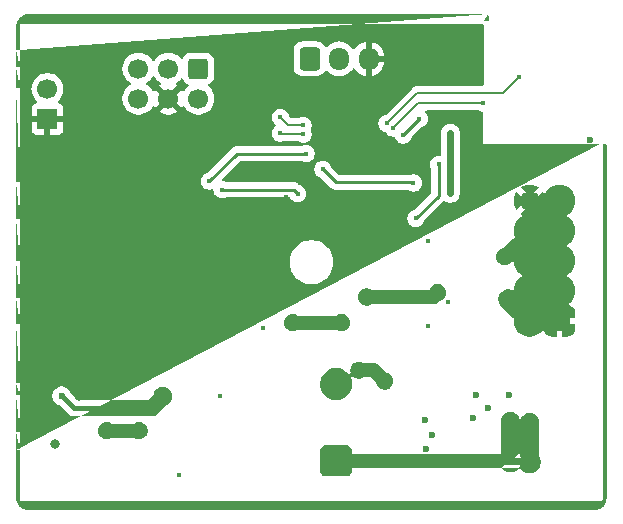
<source format=gbr>
%TF.GenerationSoftware,KiCad,Pcbnew,9.0.2*%
<<<<<<< HEAD
%TF.CreationDate,2025-06-19T10:12:08+02:00*%
=======
%TF.CreationDate,2025-06-17T18:03:46+02:00*%
>>>>>>> 2e23f7f8cb64151a60ec3d004f8241720292418e
%TF.ProjectId,Robobuoy-Sub-CPU-v2_1,526f626f-6275-46f7-992d-5375622d4350,2.0*%
%TF.SameCoordinates,Original*%
%TF.FileFunction,Copper,L4,Bot*%
%TF.FilePolarity,Positive*%
%FSLAX46Y46*%
G04 Gerber Fmt 4.6, Leading zero omitted, Abs format (unit mm)*
<<<<<<< HEAD
G04 Created by KiCad (PCBNEW 9.0.2) date 2025-06-19 10:12:08*
=======
G04 Created by KiCad (PCBNEW 9.0.2) date 2025-06-17 18:03:46*
>>>>>>> 2e23f7f8cb64151a60ec3d004f8241720292418e
%MOMM*%
%LPD*%
G01*
G04 APERTURE LIST*
G04 Aperture macros list*
%AMRoundRect*
0 Rectangle with rounded corners*
0 $1 Rounding radius*
0 $2 $3 $4 $5 $6 $7 $8 $9 X,Y pos of 4 corners*
0 Add a 4 corners polygon primitive as box body*
4,1,4,$2,$3,$4,$5,$6,$7,$8,$9,$2,$3,0*
0 Add four circle primitives for the rounded corners*
1,1,$1+$1,$2,$3*
1,1,$1+$1,$4,$5*
1,1,$1+$1,$6,$7*
1,1,$1+$1,$8,$9*
0 Add four rect primitives between the rounded corners*
20,1,$1+$1,$2,$3,$4,$5,0*
20,1,$1+$1,$4,$5,$6,$7,0*
20,1,$1+$1,$6,$7,$8,$9,0*
20,1,$1+$1,$8,$9,$2,$3,0*%
G04 Aperture macros list end*
%TA.AperFunction,ComponentPad*%
%ADD10RoundRect,0.250000X-0.600000X0.600000X-0.600000X-0.600000X0.600000X-0.600000X0.600000X0.600000X0*%
%TD*%
%TA.AperFunction,ComponentPad*%
%ADD11C,1.700000*%
%TD*%
%TA.AperFunction,ComponentPad*%
%ADD12RoundRect,0.250000X0.600000X0.600000X-0.600000X0.600000X-0.600000X-0.600000X0.600000X-0.600000X0*%
%TD*%
%TA.AperFunction,ComponentPad*%
%ADD13RoundRect,0.250000X-0.600000X-0.725000X0.600000X-0.725000X0.600000X0.725000X-0.600000X0.725000X0*%
%TD*%
%TA.AperFunction,ComponentPad*%
%ADD14O,1.700000X1.950000*%
%TD*%
%TA.AperFunction,ComponentPad*%
%ADD15R,1.700000X1.700000*%
%TD*%
%TA.AperFunction,ComponentPad*%
%ADD16R,1.650000X1.650000*%
%TD*%
%TA.AperFunction,ViaPad*%
%ADD17C,0.450000*%
%TD*%
%TA.AperFunction,ViaPad*%
%ADD18C,0.600000*%
%TD*%
%TA.AperFunction,ViaPad*%
%ADD19C,0.800000*%
%TD*%
%TA.AperFunction,ViaPad*%
%ADD20C,0.900000*%
%TD*%
%TA.AperFunction,Conductor*%
<<<<<<< HEAD
%ADD21C,0.600000*%
%TD*%
%TA.AperFunction,Conductor*%
%ADD22C,0.200000*%
=======
%ADD21C,0.200000*%
%TD*%
%TA.AperFunction,Conductor*%
%ADD22C,0.600000*%
>>>>>>> 2e23f7f8cb64151a60ec3d004f8241720292418e
%TD*%
%TA.AperFunction,Conductor*%
%ADD23C,0.250000*%
%TD*%
%TA.AperFunction,Conductor*%
%ADD24C,0.400000*%
%TD*%
G04 APERTURE END LIST*
D10*
%TO.P,J101,1,Pin_1*%
%TO.N,EN*%
X-9577600Y16383000D03*
D11*
%TO.P,J101,2,Pin_2*%
%TO.N,+3.3V*%
X-9577600Y13843000D03*
%TO.P,J101,3,Pin_3*%
%TO.N,TX*%
X-12117600Y16383000D03*
%TO.P,J101,4,Pin_4*%
%TO.N,GND*%
X-12117600Y13843000D03*
%TO.P,J101,5,Pin_5*%
%TO.N,RX*%
X-14657600Y16383000D03*
%TO.P,J101,6,Pin_6*%
%TO.N,DR0*%
X-14657600Y13843000D03*
%TD*%
D12*
%TO.P,J108,1,Pin_1*%
%TO.N,GND*%
X21004000Y-4953000D03*
D11*
%TO.P,J108,2,Pin_2*%
%TO.N,+5V*%
X18464000Y-4953000D03*
%TO.P,J108,3,Pin_3*%
%TO.N,ESC_BB*%
X21004000Y-2413000D03*
%TO.P,J108,4,Pin_4*%
%TO.N,VSAMP*%
X18464000Y-2413000D03*
%TO.P,J108,5,Pin_5*%
%TO.N,ESC_BB_PWR*%
X21004000Y127000D03*
%TO.P,J108,6,Pin_6*%
%TO.N,ESC_SB*%
X18464000Y127000D03*
%TO.P,J108,7,Pin_7*%
%TO.N,ON*%
X21004000Y2667000D03*
%TO.P,J108,8,Pin_8*%
%TO.N,ESC_SB_PWR*%
X18464000Y2667000D03*
%TO.P,J108,9,Pin_9*%
%TO.N,COMM*%
X21004000Y5207000D03*
%TO.P,J108,10,Pin_10*%
%TO.N,GND*%
X18464000Y5207000D03*
%TD*%
D13*
%TO.P,J103,1,Pin_1*%
%TO.N,+5V*%
X-165000Y17212800D03*
D14*
%TO.P,J103,2,Pin_2*%
%TO.N,Net-(J103-Pin_2)*%
X2335000Y17212800D03*
%TO.P,J103,3,Pin_3*%
%TO.N,GND*%
X4835000Y17212800D03*
%TD*%
D15*
%TO.P,SW101,1,1*%
%TO.N,GND*%
X-22353800Y12110800D03*
D11*
%TO.P,SW101,2,2*%
%TO.N,EN*%
X-22353800Y14650800D03*
%TD*%
D16*
%TO.P,BZ101,1,+*%
%TO.N,+5V*%
X2082800Y-16813600D03*
D11*
%TO.P,BZ101,2,-*%
%TO.N,Net-(BZ101--)*%
X2082800Y-10313600D03*
%TD*%
D17*
%TO.N,GND*%
X9829800Y-5384800D03*
D18*
<<<<<<< HEAD
X16687800Y-11252200D03*
=======
X13639800Y-13233400D03*
>>>>>>> 2e23f7f8cb64151a60ec3d004f8241720292418e
D17*
X-7708900Y-11315700D03*
D19*
X-23954000Y-12877800D03*
D18*
<<<<<<< HEAD
X14986000Y-12319000D03*
=======
X13893800Y-11226800D03*
>>>>>>> 2e23f7f8cb64151a60ec3d004f8241720292418e
D17*
X-11252200Y-18029000D03*
D19*
X-23291800Y16129000D03*
D17*
X-6299200Y-5588000D03*
D18*
X9656150Y-15853750D03*
D17*
X2286000Y5334000D03*
D19*
X-21691600Y-15367000D03*
D18*
X10197400Y-14655800D03*
D19*
X-18338800Y-10541000D03*
X-23954000Y-11353800D03*
D17*
X11582400Y-3378200D03*
D18*
X14044400Y19393000D03*
D19*
X-23895700Y-9530700D03*
D17*
X9880600Y1752600D03*
D18*
X14146000Y16002000D03*
D17*
X-2133600Y5537200D03*
X12496800Y4470400D03*
X-15643000Y-733000D03*
D18*
X23544000Y10337800D03*
D17*
X1374913Y13211313D03*
D19*
X-19648000Y-11328400D03*
D18*
X9621750Y-13390650D03*
D17*
X7620000Y8890000D03*
X3810000Y10160000D03*
X-4114800Y-5588000D03*
D20*
%TO.N,+5V*%
<<<<<<< HEAD
X18465800Y-16916400D03*
D17*
X11760200Y5827400D03*
X18491200Y-13538200D03*
=======
X16840200Y-16840200D03*
D17*
X11760200Y5827400D03*
X16840200Y-13462000D03*
>>>>>>> 2e23f7f8cb64151a60ec3d004f8241720292418e
X16623400Y-3112400D03*
X11760200Y10922000D03*
%TO.N,ESC_SB_PWR*%
X965200Y7874000D03*
X8636000Y6705600D03*
%TO.N,ESC_BB*%
X4673600Y-2946400D03*
X10668000Y-2590800D03*
%TO.N,ESC_SB*%
X6197600Y-10058400D03*
X4013200Y-9144000D03*
%TO.N,ON*%
X16357600Y457200D03*
%TO.N,+3.3V*%
X9144000Y12141200D03*
X8839200Y3708400D03*
D18*
X-12585000Y-11353800D03*
X-21148000Y-11328400D03*
D17*
X7772400Y10769600D03*
X10769600Y8280400D03*
%TO.N,SWITCH*%
X-17348200Y-14274800D03*
X-14605000Y-14274800D03*
%TO.N,LEDS*%
X2540000Y-5130800D03*
X-1600200Y-5130800D03*
%TO.N,Net-(U101-SDA{slash}GPIO21)*%
X6934200Y11353800D03*
X-2639600Y10925750D03*
X14554200Y13462000D03*
X-711200Y10845800D03*
%TO.N,Net-(U101-SCL{slash}GPIO22)*%
X-711200Y11582400D03*
X-2639600Y12263810D03*
X17576800Y15697200D03*
X6388100Y11747500D03*
%TO.N,RX_SUB*%
X-8636000Y6858000D03*
X-457200Y9194800D03*
%TO.N,TX_SUB*%
X-1158200Y5791200D03*
X-7569200Y6146800D03*
%TD*%
D21*
%TO.N,+5V*%
<<<<<<< HEAD
X18491200Y-13538200D02*
X18465800Y-13563600D01*
X18465800Y-13563600D02*
X18465800Y-16916400D01*
X18464000Y-4953000D02*
X16623400Y-3112400D01*
D22*
X2082800Y-16813600D02*
X18363000Y-16813600D01*
D21*
X11760200Y5827400D02*
X11760200Y10922000D01*
D22*
X18363000Y-16813600D02*
X18465800Y-16916400D01*
=======
X16813600Y-16813600D02*
X16840200Y-16840200D01*
X2082800Y-16813600D02*
X16813600Y-16813600D01*
D22*
X18464000Y-4953000D02*
X16623400Y-3112400D01*
X16840200Y-13462000D02*
X16840200Y-16840200D01*
X11760200Y5827400D02*
X11760200Y10922000D01*
>>>>>>> 2e23f7f8cb64151a60ec3d004f8241720292418e
D23*
%TO.N,ESC_SB_PWR*%
X2082800Y6756400D02*
X8585200Y6756400D01*
X8585200Y6756400D02*
X8636000Y6705600D01*
X965200Y7874000D02*
X2082800Y6756400D01*
<<<<<<< HEAD
D22*
=======
D21*
>>>>>>> 2e23f7f8cb64151a60ec3d004f8241720292418e
%TO.N,ESC_BB*%
X10312400Y-2946400D02*
X4673600Y-2946400D01*
X10668000Y-2590800D02*
X10312400Y-2946400D01*
%TO.N,ESC_SB*%
X5283200Y-9144000D02*
X4013200Y-9144000D01*
X6197600Y-10058400D02*
X5283200Y-9144000D01*
D23*
%TO.N,ON*%
X19708600Y1371600D02*
X21004000Y2667000D01*
X16357600Y457200D02*
X17272000Y1371600D01*
X17272000Y1371600D02*
X19708600Y1371600D01*
D24*
%TO.N,+3.3V*%
X-20116800Y-12344400D02*
X-21132800Y-11328400D01*
X-12585000Y-11353800D02*
X-12585000Y-11416600D01*
X-21132800Y-11328400D02*
X-21148000Y-11328400D01*
D23*
X7772400Y10769600D02*
X9144000Y12141200D01*
X8839200Y3708400D02*
X10769600Y5638800D01*
D24*
X-13512800Y-12344400D02*
X-20116800Y-12344400D01*
D23*
X10769600Y5638800D02*
X10769600Y8280400D01*
D24*
X-12585000Y-11416600D02*
X-13512800Y-12344400D01*
<<<<<<< HEAD
D22*
=======
D21*
>>>>>>> 2e23f7f8cb64151a60ec3d004f8241720292418e
%TO.N,SWITCH*%
X-14605000Y-14274800D02*
X-17348200Y-14274800D01*
%TO.N,LEDS*%
X2540000Y-5130800D02*
X-1600200Y-5130800D01*
%TO.N,Net-(U101-SDA{slash}GPIO21)*%
X9042400Y13462000D02*
X6934200Y11353800D01*
X14554200Y13462000D02*
X9042400Y13462000D01*
X-2639600Y10925750D02*
X-2559650Y10845800D01*
X-2559650Y10845800D02*
X-711200Y10845800D01*
%TO.N,Net-(U101-SCL{slash}GPIO22)*%
X8966200Y14325600D02*
X16205200Y14325600D01*
X6388100Y11747500D02*
X8966200Y14325600D01*
X-1958190Y11582400D02*
X-711200Y11582400D01*
X-2639600Y12263810D02*
X-1958190Y11582400D01*
X16205200Y14325600D02*
X17576800Y15697200D01*
D23*
%TO.N,RX_SUB*%
X-6299200Y9194800D02*
X-8636000Y6858000D01*
X-457200Y9194800D02*
X-6299200Y9194800D01*
%TO.N,TX_SUB*%
X-7569200Y6146800D02*
X-1513800Y6146800D01*
X-1513800Y6146800D02*
X-1158200Y5791200D01*
%TD*%
%TA.AperFunction,Conductor*%
%TO.N,GND*%
G36*
X19579270Y4445283D02*
G01*
X19579270Y4445284D01*
X19618622Y4499445D01*
X19623232Y4508493D01*
X19671205Y4559291D01*
X19739025Y4576088D01*
X19805161Y4553553D01*
X19844204Y4508496D01*
X19848949Y4499183D01*
X19973890Y4327214D01*
X20124213Y4176891D01*
X20296182Y4051950D01*
X20304946Y4047484D01*
X20355742Y3999509D01*
X20372536Y3931688D01*
X20349998Y3865553D01*
X20304946Y3826516D01*
X20296182Y3822051D01*
X20124213Y3697110D01*
X19973890Y3546787D01*
X19848949Y3374818D01*
X19844484Y3366054D01*
X19796509Y3315258D01*
X19728688Y3298464D01*
X19662553Y3321002D01*
X19623516Y3366054D01*
X19619050Y3374818D01*
X19494109Y3546787D01*
X19343786Y3697110D01*
X19171817Y3822051D01*
X19162504Y3826796D01*
X19111707Y3874770D01*
X19094912Y3942591D01*
X19117449Y4008726D01*
X19162507Y4047768D01*
X19171555Y4052378D01*
X19225716Y4091730D01*
X19225717Y4091730D01*
X18593408Y4724038D01*
X18656993Y4741075D01*
X18771007Y4806901D01*
X18864099Y4899993D01*
X18929925Y5014007D01*
X18946962Y5077591D01*
X19579270Y4445283D01*
G37*
%TD.AperFunction*%
%TA.AperFunction,Conductor*%
G36*
X-13316156Y15729001D02*
G01*
X-13277116Y15683946D01*
X-13275565Y15680904D01*
X-13272649Y15675180D01*
X-13147710Y15503214D01*
X-12997387Y15352891D01*
X-12825421Y15227952D01*
X-12825419Y15227951D01*
X-12825416Y15227949D01*
X-12816107Y15223206D01*
X-12765310Y15175234D01*
X-12748513Y15107413D01*
X-12771048Y15041278D01*
X-12816095Y15002240D01*
X-12825154Y14997624D01*
X-12825160Y14997620D01*
X-12879318Y14958273D01*
X-12879318Y14958272D01*
X-12247009Y14325963D01*
X-12310593Y14308925D01*
X-12424607Y14243099D01*
X-12517699Y14150007D01*
X-12583525Y14035993D01*
X-12600563Y13972409D01*
X-13232872Y14604718D01*
X-13232873Y14604718D01*
X-13272220Y14550560D01*
X-13272224Y14550554D01*
X-13276840Y14541495D01*
X-13324819Y14490703D01*
X-13392641Y14473913D01*
X-13458774Y14496457D01*
X-13497806Y14541507D01*
X-13502549Y14550816D01*
X-13502551Y14550819D01*
X-13502552Y14550821D01*
X-13627491Y14722787D01*
X-13777814Y14873110D01*
X-13949780Y14998049D01*
X-13950485Y14998409D01*
X-13958546Y15002515D01*
X-14009341Y15050488D01*
X-14026137Y15118308D01*
X-14003601Y15184444D01*
X-13958546Y15223485D01*
X-13949784Y15227949D01*
X-13927811Y15243914D01*
X-13777814Y15352891D01*
X-13777812Y15352894D01*
X-13777808Y15352896D01*
X-13627496Y15503208D01*
X-13627494Y15503212D01*
X-13627491Y15503214D01*
X-13502552Y15675180D01*
X-13502553Y15675180D01*
X-13502549Y15675184D01*
X-13498086Y15683946D01*
X-13450112Y15734741D01*
X-13382292Y15751537D01*
X-13316156Y15729001D01*
G37*
%TD.AperFunction*%
%TA.AperFunction,Conductor*%
G36*
X-10897203Y15524149D02*
G01*
X-10865914Y15474228D01*
X-10862414Y15463666D01*
X-10770312Y15314344D01*
X-10646256Y15190288D01*
X-10496934Y15098186D01*
X-10486377Y15094688D01*
X-10428932Y15054916D01*
X-10402108Y14990400D01*
X-10414423Y14921624D01*
X-10452487Y14876670D01*
X-10457381Y14873115D01*
X-10457391Y14873106D01*
X-10607710Y14722787D01*
X-10732651Y14550818D01*
X-10737398Y14541501D01*
X-10785373Y14490707D01*
X-10853195Y14473913D01*
X-10919329Y14496452D01*
X-10958366Y14541505D01*
X-10962974Y14550548D01*
X-11002330Y14604718D01*
X-11002331Y14604718D01*
X-11634638Y13972410D01*
X-11651675Y14035993D01*
X-11717501Y14150007D01*
X-11810593Y14243099D01*
X-11924607Y14308925D01*
X-11988191Y14325963D01*
X-11355884Y14958272D01*
X-11410053Y14997627D01*
X-11410053Y14997628D01*
X-11419100Y15002237D01*
X-11469894Y15050212D01*
X-11486688Y15118034D01*
X-11464149Y15184168D01*
X-11419092Y15223207D01*
X-11409784Y15227949D01*
X-11290872Y15314343D01*
X-11237814Y15352891D01*
X-11237812Y15352894D01*
X-11237808Y15352896D01*
X-11087496Y15503208D01*
X-11083940Y15508104D01*
X-11028613Y15550770D01*
X-10959000Y15556752D01*
X-10897203Y15524149D01*
G37*
%TD.AperFunction*%
%TA.AperFunction,Conductor*%
G36*
<<<<<<< HEAD
X14943039Y20969815D02*
G01*
X14988794Y20917011D01*
X15000000Y20865500D01*
X15000000Y20520107D01*
X14980315Y20453068D01*
X14927511Y20407313D01*
X14875958Y20396107D01*
X14603200Y20396201D01*
X14603200Y20396200D01*
=======
X14543865Y20162815D02*
G01*
X14589620Y20110011D01*
X14600823Y20057630D01*
>>>>>>> 2e23f7f8cb64151a60ec3d004f8241720292418e
X14565664Y15049230D01*
X14545509Y14982330D01*
X14492385Y14936947D01*
X14441667Y14926100D01*
X9052869Y14926100D01*
X9052853Y14926101D01*
X9045257Y14926101D01*
X8887143Y14926101D01*
X8779787Y14897335D01*
X8734410Y14885176D01*
X8734409Y14885175D01*
X8684296Y14856241D01*
X8684295Y14856240D01*
X8640889Y14831180D01*
X8597485Y14806121D01*
X8597482Y14806119D01*
X8485678Y14694314D01*
X6277980Y12486617D01*
X6216657Y12453132D01*
X6214492Y12452681D01*
X6176483Y12445121D01*
X6176481Y12445120D01*
X6044449Y12390431D01*
X6044440Y12390426D01*
X5925621Y12311033D01*
X5925617Y12311030D01*
X5824570Y12209983D01*
X5824567Y12209979D01*
X5745174Y12091160D01*
X5745169Y12091151D01*
X5690481Y11959121D01*
X5690479Y11959115D01*
X5662600Y11818958D01*
X5662600Y11818955D01*
X5662600Y11676045D01*
X5662600Y11676043D01*
X5662599Y11676043D01*
X5690479Y11535886D01*
X5690481Y11535880D01*
X5745169Y11403850D01*
X5745174Y11403841D01*
X5824567Y11285022D01*
X5824570Y11285018D01*
X5925617Y11183971D01*
X5925621Y11183968D01*
X6044440Y11104575D01*
X6044446Y11104572D01*
X6044447Y11104571D01*
X6176480Y11049881D01*
X6227872Y11039659D01*
X6289780Y11007275D01*
X6306781Y10986933D01*
X6370667Y10891322D01*
X6370670Y10891318D01*
X6471717Y10790271D01*
X6471721Y10790268D01*
X6590540Y10710875D01*
X6590546Y10710872D01*
X6590547Y10710871D01*
X6722580Y10656181D01*
X6722584Y10656181D01*
X6722585Y10656180D01*
X6862742Y10628300D01*
X6962799Y10628300D01*
X7029838Y10608615D01*
X7075593Y10555811D01*
X7077360Y10551753D01*
X7129469Y10425951D01*
X7129474Y10425941D01*
X7208867Y10307122D01*
X7208870Y10307118D01*
X7309917Y10206071D01*
X7309921Y10206068D01*
X7428740Y10126675D01*
X7428749Y10126670D01*
X7444128Y10120300D01*
X7560780Y10071981D01*
X7560784Y10071981D01*
X7560785Y10071980D01*
X7700942Y10044100D01*
X7700945Y10044100D01*
X7843857Y10044100D01*
X7956787Y10066564D01*
X7984020Y10071981D01*
X8116053Y10126671D01*
X8234879Y10206068D01*
X8335932Y10307121D01*
X8415329Y10425947D01*
X8470019Y10557980D01*
X8470021Y10557995D01*
X8471734Y10563637D01*
X8502713Y10615325D01*
X9298275Y11410887D01*
X9349963Y11441866D01*
X9355605Y11443579D01*
X9355620Y11443581D01*
X9487653Y11498271D01*
X9606479Y11577668D01*
X9707532Y11678721D01*
X9786929Y11797547D01*
X9841619Y11929580D01*
X9866008Y12052190D01*
X9869500Y12069743D01*
X9869500Y12212658D01*
X9841620Y12352815D01*
X9841619Y12352816D01*
X9841619Y12352820D01*
X9786929Y12484853D01*
X9786928Y12484854D01*
X9786925Y12484860D01*
X9707532Y12603679D01*
X9707529Y12603683D01*
X9661393Y12649819D01*
X9627908Y12711142D01*
X9632892Y12780834D01*
X9674764Y12836767D01*
X9740228Y12861184D01*
X9749074Y12861500D01*
X14109433Y12861500D01*
X14176472Y12841815D01*
X14178324Y12840602D01*
X14210548Y12819070D01*
X14276563Y12791726D01*
X14342580Y12764381D01*
X14412989Y12750376D01*
X14448810Y12743250D01*
X14510721Y12710865D01*
X14545295Y12650150D01*
X14548616Y12620763D01*
X14531051Y10118520D01*
X14530000Y9968800D01*
X14530001Y9968800D01*
X24434097Y9968800D01*
<<<<<<< HEAD
X24486490Y9997234D01*
X24512536Y10000000D01*
X24865500Y10000000D01*
X24932539Y9980315D01*
X24978294Y9927511D01*
X24989500Y9876000D01*
X24989500Y-19994587D01*
X24989028Y-20005394D01*
X24989028Y-20005395D01*
X24975412Y-20161017D01*
X24971659Y-20182303D01*
X24932633Y-20327950D01*
X24925240Y-20348261D01*
X24861517Y-20484915D01*
X24850710Y-20503633D01*
X24764220Y-20627154D01*
X24750326Y-20643712D01*
X24643712Y-20750326D01*
X24627154Y-20764220D01*
X24503633Y-20850710D01*
X24484915Y-20861517D01*
X24348261Y-20925240D01*
X24327950Y-20932633D01*
X24182303Y-20971659D01*
X24161017Y-20975412D01*
X24027247Y-20987116D01*
X24005393Y-20989028D01*
X23994588Y-20989500D01*
X-23994588Y-20989500D01*
X-24005394Y-20989028D01*
X-24030416Y-20986838D01*
X-24161018Y-20975412D01*
X-24182304Y-20971659D01*
X-24327951Y-20932633D01*
X-24348262Y-20925240D01*
X-24484916Y-20861517D01*
X-24503634Y-20850710D01*
X-24627155Y-20764220D01*
X-24643713Y-20750326D01*
X-24750327Y-20643712D01*
X-24764221Y-20627154D01*
X-24850711Y-20503633D01*
X-24861518Y-20484915D01*
X-24925241Y-20348261D01*
X-24932634Y-20327950D01*
X-24971662Y-20182297D01*
X-24975413Y-20161016D01*
X-24989028Y-20005394D01*
X-24989500Y-19994587D01*
X-24989500Y-15940735D01*
=======
X24451917Y9978472D01*
X24477601Y9994977D01*
X24484036Y9995903D01*
X24486490Y9997234D01*
X24512536Y10000000D01*
X24581500Y10000000D01*
X24648539Y9980315D01*
X24694294Y9927511D01*
X24705500Y9876000D01*
X24705500Y-20058500D01*
X24685815Y-20125539D01*
X24633011Y-20171294D01*
X24581500Y-20182500D01*
X-24581500Y-20182500D01*
X-24648539Y-20162815D01*
X-24694294Y-20110011D01*
X-24705500Y-20058500D01*
X-24705500Y-15940735D01*
>>>>>>> 2e23f7f8cb64151a60ec3d004f8241720292418e
X757300Y-15940735D01*
X757300Y-17686470D01*
X757301Y-17686476D01*
X763708Y-17746083D01*
X814002Y-17880928D01*
X814006Y-17880935D01*
X900252Y-17996144D01*
X900255Y-17996147D01*
X1015464Y-18082393D01*
X1015471Y-18082397D01*
X1150317Y-18132691D01*
X1150316Y-18132691D01*
X1157244Y-18133435D01*
X1209927Y-18139100D01*
X2955672Y-18139099D01*
X3015283Y-18132691D01*
X3150131Y-18082396D01*
X3265346Y-17996146D01*
X3351596Y-17880931D01*
X3401891Y-17746083D01*
X3408300Y-17686473D01*
X3408300Y-17538100D01*
X3427985Y-17471061D01*
X3480789Y-17425306D01*
X3532300Y-17414100D01*
<<<<<<< HEAD
X17588916Y-17414100D01*
X17655955Y-17433785D01*
X17692018Y-17469209D01*
X17727497Y-17522307D01*
X17727500Y-17522311D01*
X17859888Y-17654699D01*
X17859892Y-17654702D01*
X18015562Y-17758718D01*
X18015568Y-17758721D01*
X18015569Y-17758722D01*
X18188549Y-17830373D01*
X18372179Y-17866899D01*
X18372183Y-17866900D01*
X18372184Y-17866900D01*
X18559417Y-17866900D01*
X18559418Y-17866899D01*
X18743051Y-17830373D01*
X18916031Y-17758722D01*
X19071708Y-17654702D01*
X19204102Y-17522308D01*
X19308122Y-17366631D01*
X19379773Y-17193651D01*
X19416300Y-17010016D01*
X19416300Y-16822784D01*
X19379773Y-16639149D01*
X19308122Y-16466169D01*
X19301390Y-16456093D01*
X19287197Y-16434851D01*
X19266320Y-16368174D01*
X19266300Y-16365962D01*
X19266300Y-13756946D01*
X19268683Y-13732754D01*
X19291700Y-13617044D01*
X19291700Y-13459355D01*
X19291699Y-13459353D01*
X19260937Y-13304703D01*
X19260935Y-13304698D01*
X19200597Y-13159027D01*
X19200590Y-13159014D01*
X19112989Y-13027911D01*
X19112986Y-13027907D01*
X19001492Y-12916413D01*
X19001488Y-12916410D01*
X18870385Y-12828809D01*
X18870372Y-12828802D01*
X18724701Y-12768464D01*
X18724689Y-12768461D01*
X18570045Y-12737700D01*
X18570042Y-12737700D01*
X18412358Y-12737700D01*
X18412355Y-12737700D01*
X18257710Y-12768461D01*
X18257698Y-12768464D01*
X18112027Y-12828802D01*
X18112014Y-12828809D01*
X17980912Y-12916409D01*
X17968212Y-12929109D01*
X17955511Y-12941811D01*
X17899760Y-12997562D01*
X17844009Y-13053312D01*
X17756409Y-13184414D01*
X17756402Y-13184427D01*
X17696064Y-13330098D01*
X17696061Y-13330110D01*
X17665300Y-13484753D01*
X17665300Y-16089100D01*
X17645615Y-16156139D01*
X17592811Y-16201894D01*
X17541300Y-16213100D01*
=======
X16018527Y-17414100D01*
X16085566Y-17433785D01*
X16106208Y-17450419D01*
X16234288Y-17578499D01*
X16234292Y-17578502D01*
X16389962Y-17682518D01*
X16389971Y-17682523D01*
X16429156Y-17698754D01*
X16562949Y-17754173D01*
X16746579Y-17790699D01*
X16746583Y-17790700D01*
X16746584Y-17790700D01*
X16933817Y-17790700D01*
X16933818Y-17790699D01*
X17117451Y-17754173D01*
X17290431Y-17682522D01*
X17446108Y-17578502D01*
X17578502Y-17446108D01*
X17682522Y-17290431D01*
X17754173Y-17117451D01*
X17790700Y-16933816D01*
X17790700Y-16746584D01*
X17754173Y-16562949D01*
X17682522Y-16389969D01*
X17675790Y-16379893D01*
X17661597Y-16358651D01*
X17640720Y-16291974D01*
X17640700Y-16289762D01*
X17640700Y-13383155D01*
X17640699Y-13383153D01*
X17609938Y-13228510D01*
X17609937Y-13228503D01*
X17609935Y-13228498D01*
X17549597Y-13082827D01*
X17549590Y-13082814D01*
X17461989Y-12951711D01*
X17461986Y-12951707D01*
X17350492Y-12840213D01*
X17350488Y-12840210D01*
X17219385Y-12752609D01*
X17219372Y-12752602D01*
X17073701Y-12692264D01*
X17073689Y-12692261D01*
X16919045Y-12661500D01*
X16919042Y-12661500D01*
X16761358Y-12661500D01*
X16761355Y-12661500D01*
X16606710Y-12692261D01*
X16606698Y-12692264D01*
X16461027Y-12752602D01*
X16461014Y-12752609D01*
X16329911Y-12840210D01*
X16329907Y-12840213D01*
X16218413Y-12951707D01*
X16218410Y-12951711D01*
X16130809Y-13082814D01*
X16130802Y-13082827D01*
X16070464Y-13228498D01*
X16070461Y-13228510D01*
X16039700Y-13383153D01*
X16039700Y-16089100D01*
X16020015Y-16156139D01*
X15967211Y-16201894D01*
X15915700Y-16213100D01*
>>>>>>> 2e23f7f8cb64151a60ec3d004f8241720292418e
X3532299Y-16213100D01*
X3465260Y-16193415D01*
X3419505Y-16140611D01*
X3408299Y-16089100D01*
X3408299Y-15940729D01*
X3408298Y-15940723D01*
X3408297Y-15940716D01*
X3401891Y-15881117D01*
X3351596Y-15746269D01*
X3351595Y-15746268D01*
X3351593Y-15746264D01*
X3265347Y-15631055D01*
X3265344Y-15631052D01*
X3150135Y-15544806D01*
X3150128Y-15544802D01*
X3015282Y-15494508D01*
X3015283Y-15494508D01*
X2955683Y-15488101D01*
X2955681Y-15488100D01*
X2955673Y-15488100D01*
X2955664Y-15488100D01*
X1209929Y-15488100D01*
X1209923Y-15488101D01*
X1150316Y-15494508D01*
X1015471Y-15544802D01*
X1015464Y-15544806D01*
X900255Y-15631052D01*
X900252Y-15631055D01*
X814006Y-15746264D01*
X814002Y-15746271D01*
X763708Y-15881117D01*
X757301Y-15940716D01*
X757301Y-15940723D01*
X757300Y-15940735D01*
<<<<<<< HEAD
X-24989500Y-15940735D01*
X-24989500Y-14346257D01*
=======
X-24705500Y-15940735D01*
X-24705500Y-14346257D01*
>>>>>>> 2e23f7f8cb64151a60ec3d004f8241720292418e
X-18073701Y-14346257D01*
X-18045821Y-14486414D01*
X-18045819Y-14486420D01*
X-17991131Y-14618450D01*
X-17991126Y-14618459D01*
X-17911733Y-14737278D01*
X-17911730Y-14737282D01*
X-17810683Y-14838329D01*
X-17810679Y-14838332D01*
X-17691860Y-14917725D01*
X-17691854Y-14917728D01*
X-17691853Y-14917729D01*
X-17559820Y-14972419D01*
X-17559816Y-14972419D01*
X-17559815Y-14972420D01*
X-17419658Y-15000300D01*
X-17419655Y-15000300D01*
X-17276743Y-15000300D01*
X-17182449Y-14981542D01*
X-17136580Y-14972419D01*
X-17004547Y-14917729D01*
X-16972324Y-14896197D01*
X-16905646Y-14875320D01*
X-16903433Y-14875300D01*
X-15049767Y-14875300D01*
X-14982728Y-14894985D01*
X-14980876Y-14896198D01*
X-14948652Y-14917730D01*
X-14882637Y-14945074D01*
X-14816620Y-14972419D01*
X-14816616Y-14972419D01*
X-14816615Y-14972420D01*
X-14676458Y-15000300D01*
X-14676455Y-15000300D01*
X-14533543Y-15000300D01*
X-14439249Y-14981542D01*
X-14393380Y-14972419D01*
X-14261347Y-14917729D01*
X-14142521Y-14838332D01*
X-14041468Y-14737279D01*
X-13962071Y-14618453D01*
X-13907381Y-14486420D01*
X-13879500Y-14346255D01*
X-13879500Y-14203345D01*
X-13879500Y-14203342D01*
X-13907380Y-14063185D01*
X-13907381Y-14063184D01*
X-13907381Y-14063180D01*
X-13962071Y-13931147D01*
X-13962072Y-13931146D01*
X-13962075Y-13931140D01*
X-14041468Y-13812321D01*
X-14041471Y-13812317D01*
X-14142518Y-13711270D01*
X-14142522Y-13711267D01*
X-14261341Y-13631874D01*
X-14261350Y-13631869D01*
X-14393380Y-13577181D01*
X-14393386Y-13577179D01*
X-14533543Y-13549300D01*
X-14533545Y-13549300D01*
X-14676455Y-13549300D01*
X-14676457Y-13549300D01*
X-14816615Y-13577179D01*
X-14816621Y-13577181D01*
X-14948652Y-13631869D01*
X-14980876Y-13653402D01*
X-15047554Y-13674280D01*
X-15049767Y-13674300D01*
X-16903433Y-13674300D01*
X-16970472Y-13654615D01*
X-16972324Y-13653402D01*
X-17004549Y-13631869D01*
X-17136580Y-13577181D01*
X-17136586Y-13577179D01*
X-17276743Y-13549300D01*
X-17276745Y-13549300D01*
X-17419655Y-13549300D01*
X-17419657Y-13549300D01*
X-17559815Y-13577179D01*
X-17559821Y-13577181D01*
X-17691851Y-13631869D01*
X-17691860Y-13631874D01*
X-17810679Y-13711267D01*
X-17810683Y-13711270D01*
X-17911730Y-13812317D01*
X-17911733Y-13812321D01*
X-17991126Y-13931140D01*
X-17991131Y-13931149D01*
X-18045819Y-14063179D01*
X-18045821Y-14063185D01*
X-18073700Y-14203342D01*
X-18073700Y-14203345D01*
X-18073700Y-14346255D01*
X-18073700Y-14346257D01*
X-18073701Y-14346257D01*
<<<<<<< HEAD
X-24989500Y-14346257D01*
X-24989500Y-11249553D01*
=======
X-24705500Y-14346257D01*
X-24705500Y-11249553D01*
>>>>>>> 2e23f7f8cb64151a60ec3d004f8241720292418e
X-21948500Y-11249553D01*
X-21948500Y-11407246D01*
X-21917739Y-11561889D01*
X-21917736Y-11561901D01*
X-21857398Y-11707572D01*
X-21857391Y-11707585D01*
X-21769790Y-11838688D01*
X-21769787Y-11838692D01*
X-21658293Y-11950186D01*
X-21658289Y-11950189D01*
X-21527186Y-12037790D01*
X-21527173Y-12037797D01*
X-21417918Y-12083051D01*
X-21381497Y-12098137D01*
X-21381494Y-12098137D01*
X-21375662Y-12099907D01*
X-21376187Y-12101636D01*
X-21321811Y-12130074D01*
X-21320225Y-12131632D01*
X-20563347Y-12888511D01*
X-20563346Y-12888512D01*
X-20448608Y-12965177D01*
X-20321133Y-13017978D01*
X-20321128Y-13017980D01*
X-20321124Y-13017980D01*
X-20321123Y-13017981D01*
X-20185797Y-13044900D01*
X-20185794Y-13044900D01*
X-13443804Y-13044900D01*
X-13352760Y-13026789D01*
X-13308472Y-13017980D01*
X-13244731Y-12991577D01*
X-13180993Y-12965177D01*
X-13180992Y-12965176D01*
X-13180989Y-12965175D01*
X-13066257Y-12888514D01*
X-12283209Y-12105463D01*
X-12242984Y-12078586D01*
X-12205821Y-12063194D01*
X-12074711Y-11975589D01*
X-11963211Y-11864089D01*
X-11875606Y-11732979D01*
X-11815263Y-11587297D01*
X-11784500Y-11432642D01*
X-11784500Y-11274958D01*
X-11784500Y-11274955D01*
X-11784501Y-11274953D01*
X-11791570Y-11239416D01*
X-11815263Y-11120303D01*
X-11815265Y-11120298D01*
X-11875603Y-10974627D01*
X-11875610Y-10974614D01*
X-11963211Y-10843511D01*
X-11963214Y-10843507D01*
X-12074708Y-10732013D01*
X-12074712Y-10732010D01*
X-12205815Y-10644409D01*
X-12205828Y-10644402D01*
X-12351499Y-10584064D01*
X-12351511Y-10584061D01*
X-12506155Y-10553300D01*
X-12506158Y-10553300D01*
X-12663842Y-10553300D01*
X-12663845Y-10553300D01*
X-12818490Y-10584061D01*
X-12818502Y-10584064D01*
X-12964173Y-10644402D01*
X-12964186Y-10644409D01*
X-13095289Y-10732010D01*
X-13095293Y-10732013D01*
X-13206787Y-10843507D01*
X-13206790Y-10843511D01*
X-13294391Y-10974614D01*
X-13294398Y-10974627D01*
X-13354736Y-11120298D01*
X-13354739Y-11120308D01*
X-13366116Y-11177505D01*
X-13398501Y-11239416D01*
X-13400052Y-11240994D01*
X-13766638Y-11607581D01*
X-13827961Y-11641066D01*
X-13854319Y-11643900D01*
X-19775281Y-11643900D01*
X-19842320Y-11624215D01*
X-19862962Y-11607581D01*
X-20362677Y-11107866D01*
X-20389557Y-11067637D01*
X-20428083Y-10974627D01*
X-20438606Y-10949221D01*
X-20438608Y-10949219D01*
X-20438608Y-10949217D01*
X-20526211Y-10818111D01*
X-20526214Y-10818107D01*
X-20637708Y-10706613D01*
X-20637712Y-10706610D01*
X-20768815Y-10619009D01*
X-20768828Y-10619002D01*
X-20914499Y-10558664D01*
X-20914511Y-10558661D01*
X-21069155Y-10527900D01*
X-21069158Y-10527900D01*
X-21226842Y-10527900D01*
X-21226845Y-10527900D01*
X-21381490Y-10558661D01*
X-21381502Y-10558664D01*
X-21527173Y-10619002D01*
X-21527186Y-10619009D01*
X-21658289Y-10706610D01*
X-21658293Y-10706613D01*
X-21769787Y-10818107D01*
X-21769790Y-10818111D01*
X-21857391Y-10949214D01*
X-21857398Y-10949227D01*
X-21917736Y-11094898D01*
X-21917739Y-11094910D01*
X-21948500Y-11249553D01*
<<<<<<< HEAD
X-24989500Y-11249553D01*
X-24989500Y-10207313D01*
=======
X-24705500Y-11249553D01*
X-24705500Y-10207313D01*
>>>>>>> 2e23f7f8cb64151a60ec3d004f8241720292418e
X732300Y-10207313D01*
X732300Y-10419886D01*
X764300Y-10621929D01*
X765554Y-10629843D01*
X826726Y-10818111D01*
X831244Y-10832014D01*
X927751Y-11021420D01*
X1052690Y-11193386D01*
X1203013Y-11343709D01*
X1374979Y-11468648D01*
X1374981Y-11468649D01*
X1374984Y-11468651D01*
X1564388Y-11565157D01*
X1766557Y-11630846D01*
X1976513Y-11664100D01*
X1976514Y-11664100D01*
X2189086Y-11664100D01*
X2189087Y-11664100D01*
X2399043Y-11630846D01*
X2601212Y-11565157D01*
X2790616Y-11468651D01*
X2840176Y-11432644D01*
X2962586Y-11343709D01*
X2962588Y-11343706D01*
X2962592Y-11343704D01*
X3112904Y-11193392D01*
X3112906Y-11193388D01*
X3112909Y-11193386D01*
X3237848Y-11021420D01*
X3237847Y-11021420D01*
X3237851Y-11021416D01*
X3334357Y-10832012D01*
X3400046Y-10629843D01*
X3433300Y-10419887D01*
X3433300Y-10207313D01*
X3400046Y-9997357D01*
X3347635Y-9836056D01*
X3345641Y-9766218D01*
X3381721Y-9706385D01*
X3444422Y-9675557D01*
X3513836Y-9683521D01*
X3545207Y-9704645D01*
X3546011Y-9703667D01*
X3550721Y-9707532D01*
X3669540Y-9786925D01*
X3669546Y-9786928D01*
X3669547Y-9786929D01*
X3801580Y-9841619D01*
X3801584Y-9841619D01*
X3801585Y-9841620D01*
X3941742Y-9869500D01*
X3941745Y-9869500D01*
X4084657Y-9869500D01*
X4198879Y-9846779D01*
X4224820Y-9841619D01*
X4356853Y-9786929D01*
X4389076Y-9765397D01*
X4455754Y-9744520D01*
X4457967Y-9744500D01*
X4983103Y-9744500D01*
X5050142Y-9764185D01*
X5070784Y-9780819D01*
X5458483Y-10168518D01*
X5491968Y-10229841D01*
X5492419Y-10232007D01*
X5499979Y-10270014D01*
X5499980Y-10270018D01*
X5554669Y-10402050D01*
X5554674Y-10402059D01*
X5634067Y-10520878D01*
X5634070Y-10520882D01*
X5735117Y-10621929D01*
X5735121Y-10621932D01*
X5853940Y-10701325D01*
X5853949Y-10701330D01*
X5883858Y-10713718D01*
X5985980Y-10756019D01*
X5985984Y-10756019D01*
X5985985Y-10756020D01*
X6126142Y-10783900D01*
X6126145Y-10783900D01*
X6269057Y-10783900D01*
X6363351Y-10765142D01*
X6409220Y-10756019D01*
X6541253Y-10701329D01*
X6660079Y-10621932D01*
X6761132Y-10520879D01*
X6840529Y-10402053D01*
X6895219Y-10270020D01*
X6910119Y-10195116D01*
X6923100Y-10129857D01*
X6923100Y-9986942D01*
X6895220Y-9846785D01*
X6895219Y-9846784D01*
X6895219Y-9846780D01*
X6840529Y-9714747D01*
X6840528Y-9714746D01*
X6840525Y-9714740D01*
X6761132Y-9595921D01*
X6761129Y-9595917D01*
X6660082Y-9494870D01*
X6660078Y-9494867D01*
X6541259Y-9415474D01*
X6541250Y-9415469D01*
X6409218Y-9360780D01*
X6409214Y-9360779D01*
X6371207Y-9353219D01*
X6309296Y-9320834D01*
X6307718Y-9319283D01*
X5770790Y-8782355D01*
X5770788Y-8782352D01*
X5651917Y-8663481D01*
X5651916Y-8663480D01*
X5565104Y-8613360D01*
X5565104Y-8613359D01*
X5565100Y-8613358D01*
X5514985Y-8584423D01*
X5362257Y-8543499D01*
X5204143Y-8543499D01*
X5196547Y-8543499D01*
X5196531Y-8543500D01*
X4457967Y-8543500D01*
X4390928Y-8523815D01*
X4389076Y-8522602D01*
X4356851Y-8501069D01*
X4224820Y-8446381D01*
X4224814Y-8446379D01*
X4084657Y-8418500D01*
X4084655Y-8418500D01*
X3941745Y-8418500D01*
X3941743Y-8418500D01*
X3801585Y-8446379D01*
X3801579Y-8446381D01*
X3669549Y-8501069D01*
X3669540Y-8501074D01*
X3550721Y-8580467D01*
X3550717Y-8580470D01*
X3449670Y-8681517D01*
X3449667Y-8681521D01*
X3370274Y-8800340D01*
X3370269Y-8800349D01*
X3315581Y-8932379D01*
X3315579Y-8932385D01*
X3287700Y-9072542D01*
X3287700Y-9215459D01*
X3305572Y-9305306D01*
X3299345Y-9374897D01*
X3256482Y-9430075D01*
X3190592Y-9453319D01*
X3122595Y-9437251D01*
X3096274Y-9417178D01*
X2962586Y-9283490D01*
X2790620Y-9158551D01*
X2601214Y-9062044D01*
X2601213Y-9062043D01*
X2601212Y-9062043D01*
X2399043Y-8996354D01*
X2399041Y-8996353D01*
X2399040Y-8996353D01*
X2237757Y-8970808D01*
X2189087Y-8963100D01*
X1976513Y-8963100D01*
X1927842Y-8970808D01*
X1766560Y-8996353D01*
X1564385Y-9062044D01*
X1374979Y-9158551D01*
X1203013Y-9283490D01*
X1052690Y-9433813D01*
X927751Y-9605779D01*
X831244Y-9795185D01*
X765553Y-9997360D01*
X732300Y-10207313D01*
<<<<<<< HEAD
X-24989500Y-10207313D01*
X-24989500Y-5202257D01*
=======
X-24705500Y-10207313D01*
X-24705500Y-5202257D01*
>>>>>>> 2e23f7f8cb64151a60ec3d004f8241720292418e
X-2325701Y-5202257D01*
X-2297821Y-5342414D01*
X-2297819Y-5342420D01*
X-2243131Y-5474450D01*
X-2243126Y-5474459D01*
X-2163733Y-5593278D01*
X-2163730Y-5593282D01*
X-2062683Y-5694329D01*
X-2062679Y-5694332D01*
X-1943860Y-5773725D01*
X-1943854Y-5773728D01*
X-1943853Y-5773729D01*
X-1811820Y-5828419D01*
X-1811816Y-5828419D01*
X-1811815Y-5828420D01*
X-1671658Y-5856300D01*
X-1671655Y-5856300D01*
X-1528743Y-5856300D01*
X-1434449Y-5837542D01*
X-1388580Y-5828419D01*
X-1256547Y-5773729D01*
X-1224324Y-5752197D01*
X-1157646Y-5731320D01*
X-1155433Y-5731300D01*
X2095233Y-5731300D01*
X2162272Y-5750985D01*
X2164124Y-5752198D01*
X2196348Y-5773730D01*
X2222915Y-5784734D01*
X2328380Y-5828419D01*
X2328384Y-5828419D01*
X2328385Y-5828420D01*
X2468542Y-5856300D01*
X2468545Y-5856300D01*
X2611457Y-5856300D01*
X2705751Y-5837542D01*
X2751620Y-5828419D01*
X2883653Y-5773729D01*
X3002479Y-5694332D01*
X3103532Y-5593279D01*
X3182929Y-5474453D01*
X3237619Y-5342420D01*
X3265500Y-5202255D01*
X3265500Y-5059345D01*
X3265500Y-5059342D01*
X3237620Y-4919185D01*
X3237619Y-4919184D01*
X3237619Y-4919180D01*
X3182929Y-4787147D01*
X3182928Y-4787146D01*
X3182925Y-4787140D01*
X3103532Y-4668321D01*
X3103529Y-4668317D01*
X3002482Y-4567270D01*
X3002478Y-4567267D01*
X2883659Y-4487874D01*
X2883650Y-4487869D01*
X2751620Y-4433181D01*
X2751614Y-4433179D01*
X2611457Y-4405300D01*
X2611455Y-4405300D01*
X2468545Y-4405300D01*
X2468543Y-4405300D01*
X2328385Y-4433179D01*
X2328379Y-4433181D01*
X2196348Y-4487869D01*
X2164124Y-4509402D01*
X2097446Y-4530280D01*
X2095233Y-4530300D01*
X-1155433Y-4530300D01*
X-1222472Y-4510615D01*
X-1224324Y-4509402D01*
X-1256549Y-4487869D01*
X-1388580Y-4433181D01*
X-1388586Y-4433179D01*
X-1528743Y-4405300D01*
X-1528745Y-4405300D01*
X-1671655Y-4405300D01*
X-1671657Y-4405300D01*
X-1811815Y-4433179D01*
X-1811821Y-4433181D01*
X-1943851Y-4487869D01*
X-1943860Y-4487874D01*
X-2062679Y-4567267D01*
X-2062683Y-4567270D01*
X-2163730Y-4668317D01*
X-2163733Y-4668321D01*
X-2243126Y-4787140D01*
X-2243131Y-4787149D01*
X-2297819Y-4919179D01*
X-2297821Y-4919185D01*
X-2325700Y-5059342D01*
X-2325700Y-5059345D01*
X-2325700Y-5202255D01*
X-2325700Y-5202257D01*
X-2325701Y-5202257D01*
<<<<<<< HEAD
X-24989500Y-5202257D01*
X-24989500Y-3017857D01*
=======
X-24705500Y-5202257D01*
X-24705500Y-3017857D01*
>>>>>>> 2e23f7f8cb64151a60ec3d004f8241720292418e
X3948099Y-3017857D01*
X3975979Y-3158014D01*
X3975981Y-3158020D01*
X4030669Y-3290050D01*
X4030674Y-3290059D01*
X4110067Y-3408878D01*
X4110070Y-3408882D01*
X4211117Y-3509929D01*
X4211121Y-3509932D01*
X4329940Y-3589325D01*
X4329946Y-3589328D01*
X4329947Y-3589329D01*
X4461980Y-3644019D01*
X4461984Y-3644019D01*
X4461985Y-3644020D01*
X4602142Y-3671900D01*
X4602145Y-3671900D01*
X4745057Y-3671900D01*
X4839351Y-3653142D01*
X4885220Y-3644019D01*
X5017253Y-3589329D01*
X5049476Y-3567797D01*
X5116154Y-3546920D01*
X5118367Y-3546900D01*
X10225731Y-3546900D01*
X10225747Y-3546901D01*
X10233343Y-3546901D01*
X10391454Y-3546901D01*
X10391457Y-3546901D01*
X10544185Y-3505977D01*
X10594304Y-3477039D01*
X10681116Y-3426920D01*
X10778121Y-3329914D01*
X10839442Y-3296430D01*
X10841516Y-3295998D01*
X10879620Y-3288419D01*
X11011653Y-3233729D01*
X11130479Y-3154332D01*
X11231532Y-3053279D01*
X11310929Y-2934453D01*
X11365619Y-2802420D01*
X11393500Y-2662255D01*
X11393500Y-2519345D01*
X11393500Y-2519342D01*
X11365620Y-2379185D01*
X11365619Y-2379184D01*
X11365619Y-2379180D01*
X11311605Y-2248779D01*
X11310930Y-2247149D01*
X11310925Y-2247140D01*
X11231532Y-2128321D01*
X11231529Y-2128317D01*
X11130482Y-2027270D01*
X11130478Y-2027267D01*
X11011659Y-1947874D01*
X11011650Y-1947869D01*
X10879620Y-1893181D01*
X10879614Y-1893179D01*
X10739457Y-1865300D01*
X10739455Y-1865300D01*
X10596545Y-1865300D01*
X10596543Y-1865300D01*
X10456385Y-1893179D01*
X10456379Y-1893181D01*
X10324349Y-1947869D01*
X10324340Y-1947874D01*
X10205521Y-2027267D01*
X10205517Y-2027270D01*
X10104470Y-2128317D01*
X10104467Y-2128321D01*
X10025074Y-2247140D01*
X10025067Y-2247153D01*
X10015873Y-2269352D01*
X9972033Y-2323756D01*
X9905739Y-2345821D01*
X9901312Y-2345900D01*
X5118367Y-2345900D01*
X5051328Y-2326215D01*
X5049476Y-2325002D01*
X5017251Y-2303469D01*
X4885220Y-2248781D01*
X4885214Y-2248779D01*
X4745057Y-2220900D01*
X4745055Y-2220900D01*
X4602145Y-2220900D01*
X4602143Y-2220900D01*
X4461985Y-2248779D01*
X4461979Y-2248781D01*
X4329949Y-2303469D01*
X4329940Y-2303474D01*
X4211121Y-2382867D01*
X4211117Y-2382870D01*
X4110070Y-2483917D01*
X4110067Y-2483921D01*
X4030674Y-2602740D01*
X4030669Y-2602749D01*
X3975981Y-2734779D01*
X3975979Y-2734785D01*
X3948100Y-2874942D01*
X3948100Y-2874945D01*
X3948100Y-3017855D01*
X3948100Y-3017857D01*
X3948099Y-3017857D01*
<<<<<<< HEAD
X-24989500Y-3017857D01*
X-24989500Y121289D01*
=======
X-24705500Y-3017857D01*
X-24705500Y121289D01*
>>>>>>> 2e23f7f8cb64151a60ec3d004f8241720292418e
X-1850500Y121289D01*
X-1850500Y-121288D01*
X-1818839Y-361785D01*
X-1756053Y-596104D01*
X-1691153Y-752786D01*
X-1663224Y-820212D01*
X-1541936Y-1030289D01*
X-1541934Y-1030292D01*
X-1541933Y-1030293D01*
X-1394267Y-1222736D01*
X-1394261Y-1222743D01*
X-1222744Y-1394260D01*
X-1222738Y-1394265D01*
X-1030289Y-1541936D01*
X-820212Y-1663224D01*
X-596100Y-1756054D01*
X-361789Y-1818838D01*
X-181414Y-1842584D01*
X-121289Y-1850500D01*
X-121288Y-1850500D01*
X121289Y-1850500D01*
X169388Y-1844167D01*
X361789Y-1818838D01*
X596100Y-1756054D01*
X820212Y-1663224D01*
X1030289Y-1541936D01*
X1222738Y-1394265D01*
X1394265Y-1222738D01*
X1541936Y-1030289D01*
X1663224Y-820212D01*
X1756054Y-596100D01*
X1818838Y-361789D01*
X1850500Y-121288D01*
X1850500Y121288D01*
X1818838Y361789D01*
X1812419Y385743D01*
X15632099Y385743D01*
X15659979Y245586D01*
X15659981Y245580D01*
X15714669Y113550D01*
X15714674Y113541D01*
X15794067Y-5278D01*
X15794070Y-5282D01*
X15895117Y-106329D01*
X15895121Y-106332D01*
X16013940Y-185725D01*
X16013949Y-185730D01*
X16043858Y-198118D01*
X16145980Y-240419D01*
X16145984Y-240419D01*
X16145985Y-240420D01*
X16286142Y-268300D01*
X16286145Y-268300D01*
X16429057Y-268300D01*
X16523351Y-249542D01*
X16569220Y-240419D01*
X16701253Y-185729D01*
X16820079Y-106332D01*
X16918669Y-7741D01*
X16979990Y25742D01*
X17049682Y20758D01*
X17105616Y-21113D01*
X17128822Y-76026D01*
X17146197Y-185730D01*
X17146754Y-189243D01*
X17172441Y-268300D01*
X17212444Y-391414D01*
X17308951Y-580820D01*
X17433890Y-752786D01*
X17584213Y-903109D01*
X17756182Y-1028050D01*
X17764946Y-1032516D01*
X17815742Y-1080491D01*
X17832536Y-1148312D01*
X17809998Y-1214447D01*
X17764946Y-1253484D01*
X17756182Y-1257949D01*
X17584213Y-1382890D01*
X17433890Y-1533213D01*
X17308951Y-1705179D01*
X17212444Y-1894585D01*
X17146753Y-2096760D01*
X17116964Y-2284837D01*
X17087034Y-2347972D01*
X17027723Y-2384903D01*
X16957860Y-2383905D01*
X16947039Y-2380000D01*
X16856901Y-2342664D01*
X16856889Y-2342661D01*
X16702245Y-2311900D01*
X16702242Y-2311900D01*
X16544558Y-2311900D01*
X16544555Y-2311900D01*
X16389910Y-2342661D01*
X16389898Y-2342664D01*
X16244227Y-2403002D01*
X16244214Y-2403009D01*
X16113111Y-2490610D01*
X16113107Y-2490613D01*
X16001613Y-2602107D01*
X16001610Y-2602111D01*
X15914009Y-2733214D01*
X15914002Y-2733227D01*
X15853664Y-2878898D01*
X15853661Y-2878910D01*
X15822900Y-3033553D01*
X15822900Y-3191246D01*
X15853661Y-3345889D01*
X15853664Y-3345901D01*
X15914002Y-3491572D01*
X15914009Y-3491585D01*
X16001610Y-3622688D01*
X16001613Y-3622692D01*
X17084155Y-4705233D01*
X17117640Y-4766556D01*
X17118948Y-4812310D01*
X17116622Y-4827000D01*
X17113500Y-4846713D01*
X17113500Y-5059287D01*
X17123534Y-5122644D01*
X17146753Y-5269239D01*
X17212444Y-5471414D01*
X17308951Y-5660820D01*
X17433890Y-5832786D01*
X17584213Y-5983109D01*
X17756179Y-6108048D01*
X17756181Y-6108049D01*
X17756184Y-6108051D01*
X17945588Y-6204557D01*
X18147757Y-6270246D01*
X18357713Y-6303500D01*
X18357714Y-6303500D01*
X18570286Y-6303500D01*
X18570287Y-6303500D01*
X18780243Y-6270246D01*
X18982412Y-6204557D01*
X19171816Y-6108051D01*
X19193789Y-6092086D01*
X19343786Y-5983109D01*
X19343788Y-5983106D01*
X19343792Y-5983104D01*
X19494104Y-5832792D01*
X19498018Y-5827404D01*
X19553342Y-5784734D01*
X19622955Y-5778748D01*
X19684753Y-5811348D01*
X19716046Y-5861272D01*
X19719639Y-5872114D01*
X19719643Y-5872124D01*
X19811684Y-6021345D01*
X19935654Y-6145315D01*
X20084875Y-6237356D01*
X20084880Y-6237358D01*
X20251302Y-6292505D01*
X20251309Y-6292506D01*
X20354019Y-6302999D01*
X20753999Y-6302999D01*
X20754000Y-6302998D01*
X20754000Y-5386012D01*
X20811007Y-5418925D01*
X20938174Y-5453000D01*
X21069826Y-5453000D01*
X21196993Y-5418925D01*
X21254000Y-5386012D01*
X21254000Y-6302999D01*
X21653972Y-6302999D01*
X21653986Y-6302998D01*
X21756697Y-6292505D01*
X21923119Y-6237358D01*
X21923124Y-6237356D01*
X22072345Y-6145315D01*
X22196315Y-6021345D01*
X22288356Y-5872124D01*
X22288358Y-5872119D01*
X22343505Y-5705697D01*
X22343506Y-5705690D01*
X22353999Y-5602986D01*
X22354000Y-5602973D01*
X22354000Y-5203000D01*
X21437012Y-5203000D01*
X21469925Y-5145993D01*
X21504000Y-5018826D01*
X21504000Y-4887174D01*
X21469925Y-4760007D01*
X21437012Y-4703000D01*
X22353999Y-4703000D01*
X22353999Y-4303028D01*
X22353998Y-4303013D01*
X22343505Y-4200302D01*
X22288358Y-4033880D01*
X22288356Y-4033875D01*
X22196315Y-3884654D01*
X22072345Y-3760684D01*
X21923124Y-3668643D01*
X21923114Y-3668639D01*
X21912272Y-3665046D01*
X21854829Y-3625272D01*
X21828009Y-3560755D01*
X21840326Y-3491979D01*
X21878403Y-3447018D01*
X21883792Y-3443104D01*
X22034104Y-3292792D01*
X22034106Y-3292788D01*
X22034109Y-3292786D01*
X22159048Y-3120820D01*
X22159047Y-3120820D01*
X22159051Y-3120816D01*
X22255557Y-2931412D01*
X22321246Y-2729243D01*
X22354500Y-2519287D01*
X22354500Y-2306713D01*
X22321246Y-2096757D01*
X22255557Y-1894588D01*
X22159051Y-1705184D01*
X22159049Y-1705181D01*
X22159048Y-1705179D01*
X22034109Y-1533213D01*
X21883786Y-1382890D01*
X21711820Y-1257951D01*
X21711115Y-1257591D01*
X21703054Y-1253485D01*
X21652259Y-1205512D01*
X21635463Y-1137692D01*
X21657999Y-1071556D01*
X21703054Y-1032515D01*
X21711816Y-1028051D01*
X21733789Y-1012086D01*
X21883786Y-903109D01*
X21883788Y-903106D01*
X21883792Y-903104D01*
X22034104Y-752792D01*
X22034106Y-752788D01*
X22034109Y-752786D01*
X22159048Y-580820D01*
X22159047Y-580820D01*
X22159051Y-580816D01*
X22255557Y-391412D01*
X22321246Y-189243D01*
X22354500Y20713D01*
X22354500Y233287D01*
X22321246Y443243D01*
X22255557Y645412D01*
X22159051Y834816D01*
X22159049Y834819D01*
X22159048Y834821D01*
X22034109Y1006787D01*
X21883786Y1157110D01*
X21711820Y1282049D01*
X21711115Y1282409D01*
X21703054Y1286515D01*
X21652259Y1334488D01*
X21635463Y1402308D01*
X21657999Y1468444D01*
X21703054Y1507485D01*
X21711816Y1511949D01*
X21753090Y1541936D01*
X21883786Y1636891D01*
X21883788Y1636894D01*
X21883792Y1636896D01*
X22034104Y1787208D01*
X22034106Y1787212D01*
X22034109Y1787214D01*
X22159048Y1959180D01*
X22159047Y1959180D01*
X22159051Y1959184D01*
X22255557Y2148588D01*
X22321246Y2350757D01*
X22354500Y2560713D01*
X22354500Y2773287D01*
X22321246Y2983243D01*
X22255557Y3185412D01*
X22159051Y3374816D01*
X22159049Y3374819D01*
X22159048Y3374821D01*
X22034109Y3546787D01*
X21883786Y3697110D01*
X21711820Y3822049D01*
X21711115Y3822409D01*
X21703054Y3826515D01*
X21652259Y3874488D01*
X21635463Y3942308D01*
X21657999Y4008444D01*
X21703054Y4047485D01*
X21711816Y4051949D01*
X21766572Y4091731D01*
X21883786Y4176891D01*
X21883788Y4176894D01*
X21883792Y4176896D01*
X22034104Y4327208D01*
X22034106Y4327212D01*
X22034109Y4327214D01*
X22159048Y4499180D01*
X22159050Y4499183D01*
X22159051Y4499184D01*
X22255557Y4688588D01*
X22321246Y4890757D01*
X22354500Y5100713D01*
X22354500Y5313287D01*
X22321246Y5523243D01*
X22255557Y5725412D01*
X22159051Y5914816D01*
X22159049Y5914819D01*
X22159048Y5914821D01*
X22034109Y6086787D01*
X21883786Y6237110D01*
X21711820Y6362049D01*
X21522414Y6458556D01*
X21522413Y6458557D01*
X21522412Y6458557D01*
X21320243Y6524246D01*
X21320241Y6524247D01*
X21320240Y6524247D01*
X21158957Y6549792D01*
X21110287Y6557500D01*
X20897713Y6557500D01*
X20849042Y6549792D01*
X20687760Y6524247D01*
X20485585Y6458556D01*
X20296179Y6362049D01*
X20124213Y6237110D01*
X19973890Y6086787D01*
X19848949Y5914818D01*
X19844202Y5905501D01*
X19796227Y5854707D01*
X19728405Y5837913D01*
X19662271Y5860452D01*
X19623234Y5905505D01*
X19618626Y5914548D01*
X19579270Y5968718D01*
X19579269Y5968718D01*
X18946962Y5336410D01*
X18929925Y5399993D01*
X18864099Y5514007D01*
X18771007Y5607099D01*
X18656993Y5672925D01*
X18593409Y5689963D01*
X19225716Y6322272D01*
X19171550Y6361625D01*
X18982217Y6458096D01*
X18780129Y6523758D01*
X18570246Y6557000D01*
X18357754Y6557000D01*
X18147872Y6523758D01*
X18147869Y6523758D01*
X17945782Y6458096D01*
X17756439Y6361620D01*
X17702282Y6322273D01*
X17702282Y6322272D01*
X18334591Y5689963D01*
X18271007Y5672925D01*
X18156993Y5607099D01*
X18063901Y5514007D01*
X17998075Y5399993D01*
X17981037Y5336409D01*
X17348728Y5968718D01*
X17348727Y5968718D01*
X17309380Y5914561D01*
X17212904Y5725218D01*
X17147242Y5523131D01*
X17147242Y5523128D01*
X17114000Y5313247D01*
X17114000Y5100754D01*
X17147242Y4890873D01*
X17147242Y4890870D01*
X17212904Y4688783D01*
X17309375Y4499450D01*
X17348728Y4445284D01*
X17981037Y5077592D01*
X17998075Y5014007D01*
X18063901Y4899993D01*
X18156993Y4806901D01*
X18271007Y4741075D01*
X18334590Y4724038D01*
X17702282Y4091731D01*
X17702282Y4091730D01*
X17756452Y4052374D01*
X17756451Y4052374D01*
X17765495Y4047766D01*
X17816292Y3999792D01*
X17833087Y3931971D01*
X17810550Y3865836D01*
X17765499Y3826798D01*
X17756182Y3822051D01*
X17584213Y3697110D01*
X17433890Y3546787D01*
X17308951Y3374821D01*
X17212444Y3185415D01*
X17146753Y2983240D01*
X17113500Y2773287D01*
X17113500Y2560714D01*
X17146753Y2350761D01*
X17213949Y2143954D01*
X17212973Y2143638D01*
X17219903Y2079119D01*
X17188622Y2016643D01*
X17143154Y1985711D01*
X17132885Y1981684D01*
X17089548Y1973063D01*
X17042397Y1953533D01*
X16975715Y1925912D01*
X16975714Y1925911D01*
X16954425Y1911687D01*
X16954419Y1911684D01*
X16873268Y1857460D01*
X16834648Y1818839D01*
X16786142Y1770333D01*
X16786139Y1770330D01*
X16203323Y1187515D01*
X16151642Y1156537D01*
X16145983Y1154821D01*
X16013949Y1100131D01*
X16013940Y1100126D01*
X15895121Y1020733D01*
X15895117Y1020730D01*
X15794070Y919683D01*
X15794067Y919679D01*
X15714674Y800860D01*
X15714669Y800851D01*
X15659981Y668821D01*
X15659979Y668815D01*
X15632100Y528658D01*
X15632100Y528655D01*
X15632100Y385745D01*
X15632100Y385743D01*
X15632099Y385743D01*
X1812419Y385743D01*
X1756054Y596100D01*
X1663224Y820212D01*
X1541936Y1030289D01*
X1446381Y1154819D01*
X1394266Y1222737D01*
X1394260Y1222744D01*
X1222743Y1394261D01*
X1222736Y1394267D01*
X1030293Y1541933D01*
X1030292Y1541934D01*
X1030289Y1541936D01*
X820212Y1663224D01*
X820205Y1663227D01*
X596104Y1756053D01*
X361785Y1818839D01*
X121289Y1850500D01*
X121288Y1850500D01*
X-121288Y1850500D01*
X-121289Y1850500D01*
X-361786Y1818839D01*
X-596105Y1756053D01*
X-820206Y1663227D01*
X-820215Y1663223D01*
X-1030294Y1541933D01*
X-1222737Y1394267D01*
X-1222744Y1394261D01*
X-1394261Y1222744D01*
X-1394267Y1222737D01*
X-1541933Y1030294D01*
X-1663223Y820215D01*
X-1663227Y820206D01*
X-1756053Y596105D01*
X-1818839Y361786D01*
X-1850500Y121289D01*
<<<<<<< HEAD
X-24989500Y121289D01*
X-24989500Y3636943D01*
=======
X-24705500Y121289D01*
X-24705500Y3636943D01*
>>>>>>> 2e23f7f8cb64151a60ec3d004f8241720292418e
X8113699Y3636943D01*
X8141579Y3496786D01*
X8141581Y3496780D01*
X8196269Y3364750D01*
X8196274Y3364741D01*
X8275667Y3245922D01*
X8275670Y3245918D01*
X8376717Y3144871D01*
X8376721Y3144868D01*
X8495540Y3065475D01*
X8495546Y3065472D01*
X8495547Y3065471D01*
X8627580Y3010781D01*
X8627584Y3010781D01*
X8627585Y3010780D01*
X8767742Y2982900D01*
X8767745Y2982900D01*
X8910657Y2982900D01*
X9004951Y3001658D01*
X9050820Y3010781D01*
X9182853Y3065471D01*
X9301679Y3144868D01*
X9402732Y3245921D01*
X9482129Y3364747D01*
X9536819Y3496780D01*
X9536821Y3496795D01*
X9538534Y3502437D01*
X9569513Y3554125D01*
X11160623Y5145235D01*
X11221944Y5178718D01*
X11291636Y5173734D01*
X11317193Y5160654D01*
X11381014Y5118010D01*
X11381027Y5118003D01*
X11507300Y5065700D01*
X11526703Y5057663D01*
X11681353Y5026901D01*
X11681356Y5026900D01*
X11681358Y5026900D01*
X11839044Y5026900D01*
X11839045Y5026901D01*
X11993697Y5057663D01*
X12139379Y5118006D01*
X12270489Y5205611D01*
X12381989Y5317111D01*
X12401531Y5346359D01*
X12428695Y5387010D01*
X12428696Y5387012D01*
X12469587Y5448210D01*
X12469588Y5448214D01*
X12469594Y5448221D01*
X12529937Y5593903D01*
X12560700Y5748558D01*
X12560700Y11000842D01*
X12560700Y11000845D01*
X12560699Y11000847D01*
X12557145Y11018714D01*
X12529937Y11155497D01*
X12482753Y11269410D01*
X12469597Y11301173D01*
X12469590Y11301186D01*
X12381989Y11432289D01*
X12381986Y11432293D01*
X12270492Y11543787D01*
X12270488Y11543790D01*
X12139385Y11631391D01*
X12139372Y11631398D01*
X11993701Y11691736D01*
X11993689Y11691739D01*
X11839045Y11722500D01*
X11839042Y11722500D01*
X11681358Y11722500D01*
X11681355Y11722500D01*
X11526710Y11691739D01*
X11526698Y11691736D01*
X11381027Y11631398D01*
X11381014Y11631391D01*
X11249911Y11543790D01*
X11249907Y11543787D01*
X11138413Y11432293D01*
X11138410Y11432289D01*
X11050809Y11301186D01*
X11050802Y11301173D01*
X10990464Y11155502D01*
X10990461Y11155490D01*
X10959700Y11000847D01*
X10959700Y9129900D01*
X10940015Y9062861D01*
X10887211Y9017106D01*
X10835700Y9005900D01*
X10698143Y9005900D01*
X10557985Y8978021D01*
X10557979Y8978019D01*
X10425949Y8923331D01*
X10425940Y8923326D01*
X10307121Y8843933D01*
X10307117Y8843930D01*
X10206070Y8742883D01*
X10206067Y8742879D01*
X10126674Y8624060D01*
X10126669Y8624051D01*
X10071981Y8492021D01*
X10071979Y8492015D01*
X10044100Y8351858D01*
X10044100Y8351855D01*
X10044100Y8208945D01*
X10044100Y8208943D01*
X10044099Y8208943D01*
X10071979Y8068786D01*
X10071981Y8068780D01*
X10126668Y7936752D01*
X10129453Y7931544D01*
X10144100Y7873081D01*
X10144100Y5949253D01*
X10124415Y5882214D01*
X10107781Y5861572D01*
X8684923Y4438715D01*
X8633242Y4407737D01*
X8627583Y4406021D01*
X8495549Y4351331D01*
X8495540Y4351326D01*
X8376721Y4271933D01*
X8376717Y4271930D01*
X8275670Y4170883D01*
X8275667Y4170879D01*
X8196274Y4052060D01*
X8196269Y4052051D01*
X8141581Y3920021D01*
X8141579Y3920015D01*
X8113700Y3779858D01*
X8113700Y3779855D01*
X8113700Y3636945D01*
X8113700Y3636943D01*
X8113699Y3636943D01*
<<<<<<< HEAD
X-24989500Y3636943D01*
X-24989500Y6786543D01*
=======
X-24705500Y3636943D01*
X-24705500Y6786543D01*
>>>>>>> 2e23f7f8cb64151a60ec3d004f8241720292418e
X-9361501Y6786543D01*
X-9333621Y6646386D01*
X-9333619Y6646380D01*
X-9278931Y6514350D01*
X-9278926Y6514341D01*
X-9199533Y6395522D01*
X-9199530Y6395518D01*
X-9098483Y6294471D01*
X-9098479Y6294468D01*
X-8979660Y6215075D01*
X-8979654Y6215072D01*
X-8979653Y6215071D01*
X-8847620Y6160381D01*
X-8847616Y6160381D01*
X-8847615Y6160380D01*
X-8707458Y6132500D01*
X-8707455Y6132500D01*
X-8564543Y6132500D01*
X-8437525Y6157766D01*
X-8367933Y6151539D01*
X-8312756Y6108676D01*
X-8291716Y6060341D01*
X-8266821Y5935186D01*
X-8266819Y5935180D01*
X-8212131Y5803150D01*
X-8212126Y5803141D01*
X-8132733Y5684322D01*
X-8132730Y5684318D01*
X-8031683Y5583271D01*
X-8031679Y5583268D01*
X-7912860Y5503875D01*
X-7912854Y5503872D01*
X-7912853Y5503871D01*
X-7780820Y5449181D01*
X-7780816Y5449181D01*
X-7780815Y5449180D01*
X-7640658Y5421300D01*
X-7640655Y5421300D01*
X-7497743Y5421300D01*
X-7403449Y5440058D01*
X-7357580Y5449181D01*
X-7225547Y5503871D01*
X-7225540Y5503877D01*
X-7220339Y5506655D01*
X-7161880Y5521300D01*
X-1914533Y5521300D01*
X-1847494Y5501615D01*
X-1804887Y5452443D01*
X-1803999Y5452917D01*
X-1801910Y5449009D01*
X-1801739Y5448811D01*
X-1801452Y5448151D01*
X-1801126Y5447541D01*
X-1721733Y5328722D01*
X-1721730Y5328718D01*
X-1620683Y5227671D01*
X-1620679Y5227668D01*
X-1501860Y5148275D01*
X-1501851Y5148270D01*
X-1471942Y5135882D01*
X-1369820Y5093581D01*
X-1369816Y5093581D01*
X-1369815Y5093580D01*
X-1229658Y5065700D01*
X-1229655Y5065700D01*
X-1086743Y5065700D01*
X-992449Y5084458D01*
X-946580Y5093581D01*
X-814547Y5148271D01*
X-695721Y5227668D01*
X-594668Y5328721D01*
X-515271Y5447547D01*
X-460581Y5579580D01*
X-432700Y5719745D01*
X-432700Y5862655D01*
X-432700Y5862658D01*
X-460580Y6002815D01*
X-460581Y6002816D01*
X-460581Y6002820D01*
X-505480Y6111215D01*
X-515270Y6134851D01*
X-515275Y6134860D01*
X-594668Y6253679D01*
X-594671Y6253683D01*
X-695718Y6354730D01*
X-695722Y6354733D01*
X-814541Y6434126D01*
X-814550Y6434131D01*
X-946587Y6488822D01*
X-952253Y6490541D01*
X-964639Y6497966D01*
X-975673Y6500366D01*
X-1003927Y6521517D01*
X-1020872Y6538462D01*
X-1020875Y6538466D01*
X-1020875Y6538465D01*
X-1027942Y6545532D01*
X-1027942Y6545533D01*
X-1115067Y6632658D01*
X-1115068Y6632659D01*
X-1115069Y6632660D01*
X-1172862Y6671276D01*
X-1172865Y6671278D01*
X-1179256Y6675548D01*
X-1217514Y6701112D01*
X-1298008Y6734453D01*
X-1302159Y6736173D01*
X-1302166Y6736176D01*
X-1331347Y6748263D01*
X-1341373Y6750257D01*
X-1391771Y6760282D01*
X-1452190Y6772300D01*
X-1452193Y6772300D01*
X-1452194Y6772300D01*
X-7161880Y6772300D01*
X-7220339Y6786945D01*
X-7225549Y6789730D01*
X-7357580Y6844419D01*
X-7357586Y6844421D01*
X-7469869Y6866756D01*
X-7531780Y6899141D01*
X-7566354Y6959857D01*
X-7562613Y7029627D01*
X-7533360Y7076051D01*
X-6806868Y7802543D01*
X239699Y7802543D01*
X267579Y7662386D01*
X267581Y7662380D01*
X322269Y7530350D01*
X322274Y7530341D01*
X401667Y7411522D01*
X401670Y7411518D01*
X502717Y7310471D01*
X502721Y7310468D01*
X621540Y7231075D01*
X621546Y7231072D01*
X621547Y7231071D01*
X753580Y7176381D01*
X753586Y7176380D01*
X759238Y7174665D01*
X810925Y7143685D01*
X1596939Y6357671D01*
X1596942Y6357667D01*
X1684067Y6270542D01*
X1729383Y6240263D01*
X1786514Y6202088D01*
X1861441Y6171053D01*
X1900348Y6154937D01*
X1960771Y6142919D01*
X2021193Y6130900D01*
X2021194Y6130900D01*
X8152620Y6130900D01*
X8219659Y6111215D01*
X8221511Y6110002D01*
X8292347Y6062671D01*
X8424380Y6007981D01*
X8424384Y6007981D01*
X8424385Y6007980D01*
X8564542Y5980100D01*
X8564545Y5980100D01*
X8707457Y5980100D01*
X8821679Y6002821D01*
X8847620Y6007981D01*
X8979653Y6062671D01*
X9098479Y6142068D01*
X9199532Y6243121D01*
X9278929Y6361947D01*
X9333619Y6493980D01*
X9346254Y6557500D01*
X9361500Y6634143D01*
X9361500Y6777058D01*
X9333620Y6917215D01*
X9333619Y6917216D01*
X9333619Y6917220D01*
X9278929Y7049253D01*
X9278928Y7049254D01*
X9278925Y7049260D01*
X9199532Y7168079D01*
X9199529Y7168083D01*
X9098482Y7269130D01*
X9098478Y7269133D01*
X8979659Y7348526D01*
X8979650Y7348531D01*
X8847620Y7403219D01*
X8847614Y7403221D01*
X8707457Y7431100D01*
X8707455Y7431100D01*
X8564545Y7431100D01*
X8564543Y7431100D01*
X8424385Y7403221D01*
X8424379Y7403219D01*
X8405414Y7395363D01*
X8395699Y7391339D01*
X8348247Y7381900D01*
X2393252Y7381900D01*
X2326213Y7401585D01*
X2305571Y7418219D01*
X1695515Y8028275D01*
X1664535Y8079962D01*
X1662820Y8085615D01*
X1662819Y8085620D01*
X1608129Y8217653D01*
X1608128Y8217654D01*
X1608125Y8217660D01*
X1528732Y8336479D01*
X1528729Y8336483D01*
X1427682Y8437530D01*
X1427678Y8437533D01*
X1308859Y8516926D01*
X1308850Y8516931D01*
X1176820Y8571619D01*
X1176814Y8571621D01*
X1036657Y8599500D01*
X1036655Y8599500D01*
X893745Y8599500D01*
X893743Y8599500D01*
X753585Y8571621D01*
X753579Y8571619D01*
X621549Y8516931D01*
X621540Y8516926D01*
X502721Y8437533D01*
X502717Y8437530D01*
X401670Y8336483D01*
X401667Y8336479D01*
X322274Y8217660D01*
X322269Y8217651D01*
X267581Y8085621D01*
X267579Y8085615D01*
X239700Y7945458D01*
X239700Y7945455D01*
X239700Y7802545D01*
X239700Y7802543D01*
X239699Y7802543D01*
X-6806868Y7802543D01*
X-6076429Y8532981D01*
X-6015106Y8566466D01*
X-5988748Y8569300D01*
X-864520Y8569300D01*
X-806061Y8554655D01*
X-800859Y8551875D01*
X-800853Y8551871D01*
X-668820Y8497181D01*
X-668816Y8497181D01*
X-668815Y8497180D01*
X-528658Y8469300D01*
X-528655Y8469300D01*
X-385743Y8469300D01*
X-271521Y8492021D01*
X-245580Y8497181D01*
X-113547Y8551871D01*
X5279Y8631268D01*
X106332Y8732321D01*
X185729Y8851147D01*
X240419Y8983180D01*
X268300Y9123345D01*
X268300Y9266255D01*
X268300Y9266258D01*
X240420Y9406415D01*
X240419Y9406416D01*
X240419Y9406420D01*
X185729Y9538453D01*
X185728Y9538454D01*
X185725Y9538460D01*
X106332Y9657279D01*
X106329Y9657283D01*
X5282Y9758330D01*
X5278Y9758333D01*
X-113541Y9837726D01*
X-113550Y9837731D01*
X-245580Y9892419D01*
X-245586Y9892421D01*
X-385743Y9920300D01*
X-385745Y9920300D01*
X-426344Y9920300D01*
X-493383Y9939985D01*
X-539138Y9992789D01*
X-549082Y10061947D01*
X-520057Y10125503D01*
X-473796Y10158861D01*
X-367554Y10202868D01*
X-367554Y10202869D01*
X-367547Y10202871D01*
X-248721Y10282268D01*
X-147668Y10383321D01*
X-68271Y10502147D01*
X-13581Y10634180D01*
X2322Y10714130D01*
X14300Y10774343D01*
X14300Y10917258D01*
X-13580Y11057415D01*
X-13581Y11057416D01*
X-13581Y11057420D01*
X-58826Y11166649D01*
X-66294Y11236116D01*
X-58827Y11261549D01*
X-13581Y11370780D01*
X10468Y11491679D01*
X14300Y11510943D01*
X14300Y11653858D01*
X-13580Y11794015D01*
X-13581Y11794016D01*
X-13581Y11794020D01*
X-68271Y11926053D01*
X-68272Y11926054D01*
X-68275Y11926060D01*
X-147668Y12044879D01*
X-147671Y12044883D01*
X-248718Y12145930D01*
X-248722Y12145933D01*
X-367541Y12225326D01*
X-367550Y12225331D01*
X-499580Y12280019D01*
X-499586Y12280021D01*
X-639743Y12307900D01*
X-639745Y12307900D01*
X-782655Y12307900D01*
X-782657Y12307900D01*
X-922815Y12280021D01*
X-922821Y12280019D01*
X-1054852Y12225331D01*
X-1087076Y12203798D01*
X-1153754Y12182920D01*
X-1155967Y12182900D01*
X-1658093Y12182900D01*
X-1687534Y12191545D01*
X-1717520Y12198068D01*
X-1722536Y12201823D01*
X-1725132Y12202585D01*
X-1745774Y12219219D01*
X-1900484Y12373929D01*
X-1933969Y12435252D01*
X-1934409Y12437359D01*
X-1941981Y12475430D01*
X-1990227Y12591905D01*
X-1996670Y12607461D01*
X-1996675Y12607470D01*
X-2076068Y12726289D01*
X-2076071Y12726293D01*
X-2177118Y12827340D01*
X-2177122Y12827343D01*
X-2295941Y12906736D01*
X-2295950Y12906741D01*
X-2427980Y12961429D01*
X-2427986Y12961431D01*
X-2568143Y12989310D01*
X-2568145Y12989310D01*
X-2711055Y12989310D01*
X-2711057Y12989310D01*
X-2851215Y12961431D01*
X-2851221Y12961429D01*
X-2983251Y12906741D01*
X-2983260Y12906736D01*
X-3102079Y12827343D01*
X-3102083Y12827340D01*
X-3203130Y12726293D01*
X-3203133Y12726289D01*
X-3282526Y12607470D01*
X-3282531Y12607461D01*
X-3337219Y12475431D01*
X-3337221Y12475425D01*
X-3365100Y12335268D01*
X-3365100Y12335265D01*
X-3365100Y12192355D01*
X-3365100Y12192353D01*
X-3365101Y12192353D01*
X-3337221Y12052196D01*
X-3337219Y12052190D01*
X-3282531Y11920160D01*
X-3282526Y11920151D01*
X-3203133Y11801332D01*
X-3203130Y11801328D01*
X-3102081Y11700279D01*
X-3098492Y11697881D01*
X-3053688Y11644268D01*
X-3044982Y11574943D01*
X-3075138Y11511916D01*
X-3098492Y11491679D01*
X-3102081Y11489282D01*
X-3203130Y11388233D01*
X-3203133Y11388229D01*
X-3282526Y11269410D01*
X-3282531Y11269401D01*
X-3337219Y11137371D01*
X-3337221Y11137365D01*
X-3365100Y10997208D01*
X-3365100Y10997205D01*
X-3365100Y10854295D01*
X-3365100Y10854293D01*
X-3365101Y10854293D01*
X-3337221Y10714136D01*
X-3337219Y10714130D01*
X-3282531Y10582100D01*
X-3282526Y10582091D01*
X-3203133Y10463272D01*
X-3203130Y10463268D01*
X-3102083Y10362221D01*
X-3102079Y10362218D01*
X-2983260Y10282825D01*
X-2983251Y10282820D01*
X-2981918Y10282268D01*
X-2851220Y10228131D01*
X-2851216Y10228131D01*
X-2851215Y10228130D01*
X-2711058Y10200250D01*
X-2711055Y10200250D01*
X-2568143Y10200250D01*
X-2440629Y10225615D01*
X-2427980Y10228131D01*
X-2409318Y10235862D01*
X-2361866Y10245300D01*
X-1155967Y10245300D01*
X-1088928Y10225615D01*
X-1087076Y10224402D01*
X-1054852Y10202870D01*
X-988837Y10175526D01*
X-922820Y10148181D01*
X-922816Y10148181D01*
X-922815Y10148180D01*
X-782658Y10120300D01*
X-742056Y10120300D01*
X-731770Y10117280D01*
X-721120Y10118520D01*
X-698827Y10107607D01*
X-675017Y10100615D01*
X-667998Y10092515D01*
X-658366Y10087799D01*
X-645512Y10066564D01*
X-629262Y10047811D01*
X-627737Y10037201D01*
X-622184Y10028028D01*
X-622851Y10003220D01*
X-619318Y9978653D01*
X-623773Y9968900D01*
X-624060Y9958183D01*
X-638033Y9937674D01*
X-648343Y9915097D01*
X-658401Y9907777D01*
X-663399Y9900440D01*
X-692173Y9883197D01*
X-693592Y9882163D01*
X-694066Y9881962D01*
X-800853Y9837729D01*
X-805413Y9834683D01*
X-816056Y9830163D01*
X-833051Y9828184D01*
X-864520Y9820300D01*
X-6360811Y9820300D01*
X-6421229Y9808282D01*
X-6464457Y9799684D01*
X-6481654Y9796263D01*
X-6595484Y9749113D01*
X-6595493Y9749108D01*
X-6697932Y9680660D01*
X-6721308Y9657283D01*
X-6785058Y9593533D01*
X-6785061Y9593530D01*
X-8790277Y7588315D01*
X-8841958Y7557337D01*
X-8847617Y7555621D01*
X-8979651Y7500931D01*
X-8979660Y7500926D01*
X-9098479Y7421533D01*
X-9098483Y7421530D01*
X-9199530Y7320483D01*
X-9199533Y7320479D01*
X-9278926Y7201660D01*
X-9278931Y7201651D01*
X-9333619Y7069621D01*
X-9333621Y7069615D01*
X-9361500Y6929458D01*
X-9361500Y6929455D01*
X-9361500Y6786545D01*
X-9361500Y6786543D01*
X-9361501Y6786543D01*
<<<<<<< HEAD
X-24989500Y6786543D01*
X-24989500Y14757087D01*
=======
X-24705500Y6786543D01*
X-24705500Y14757087D01*
>>>>>>> 2e23f7f8cb64151a60ec3d004f8241720292418e
X-23704300Y14757087D01*
X-23704300Y14544513D01*
X-23703823Y14541501D01*
X-23672384Y14343000D01*
X-23671046Y14334557D01*
X-23611082Y14150007D01*
X-23605356Y14132386D01*
X-23508849Y13942980D01*
X-23383910Y13771014D01*
X-23269982Y13657086D01*
X-23236497Y13595763D01*
X-23241481Y13526071D01*
X-23283353Y13470138D01*
X-23314329Y13453223D01*
X-23445888Y13404154D01*
X-23445894Y13404151D01*
X-23560988Y13317991D01*
X-23560991Y13317988D01*
X-23647151Y13202894D01*
X-23647155Y13202887D01*
X-23697397Y13068180D01*
X-23697399Y13068173D01*
X-23703800Y13008645D01*
X-23703800Y12360800D01*
X-22786812Y12360800D01*
X-22819725Y12303793D01*
X-22853800Y12176626D01*
X-22853800Y12044974D01*
X-22819725Y11917807D01*
X-22786812Y11860800D01*
X-23703800Y11860800D01*
X-23703800Y11212956D01*
X-23697399Y11153428D01*
X-23697397Y11153421D01*
X-23647155Y11018714D01*
X-23647151Y11018707D01*
X-23560991Y10903613D01*
X-23560988Y10903610D01*
X-23445894Y10817450D01*
X-23445887Y10817446D01*
X-23311180Y10767204D01*
X-23311173Y10767202D01*
X-23251645Y10760801D01*
X-23251628Y10760800D01*
X-22603800Y10760800D01*
X-22603800Y11677788D01*
X-22546793Y11644875D01*
X-22419626Y11610800D01*
X-22287974Y11610800D01*
X-22160807Y11644875D01*
X-22103800Y11677788D01*
X-22103800Y10760800D01*
X-21455972Y10760800D01*
X-21455956Y10760801D01*
X-21396428Y10767202D01*
X-21396421Y10767204D01*
X-21261714Y10817446D01*
X-21261707Y10817450D01*
X-21146613Y10903610D01*
X-21146610Y10903613D01*
X-21060450Y11018707D01*
X-21060446Y11018714D01*
X-21010204Y11153421D01*
X-21010202Y11153428D01*
X-21003801Y11212956D01*
X-21003800Y11212973D01*
X-21003800Y11860800D01*
X-21920788Y11860800D01*
X-21887875Y11917807D01*
X-21853800Y12044974D01*
X-21853800Y12176626D01*
X-21887875Y12303793D01*
X-21920788Y12360800D01*
X-21003800Y12360800D01*
X-21003800Y13008628D01*
X-21003801Y13008645D01*
X-21010202Y13068173D01*
X-21010204Y13068180D01*
X-21060446Y13202887D01*
X-21060450Y13202894D01*
X-21146610Y13317988D01*
X-21146613Y13317991D01*
X-21261707Y13404151D01*
X-21261712Y13404154D01*
X-21393272Y13453223D01*
X-21449205Y13495095D01*
X-21473622Y13560559D01*
X-21458770Y13628832D01*
X-21437625Y13657080D01*
X-21323696Y13771008D01*
X-21198749Y13942984D01*
X-21102243Y14132388D01*
X-21036554Y14334557D01*
X-21003300Y14544513D01*
X-21003300Y14757087D01*
X-21036554Y14967043D01*
X-21102243Y15169212D01*
X-21198749Y15358616D01*
X-21198751Y15358619D01*
X-21198752Y15358621D01*
X-21323691Y15530587D01*
X-21474014Y15680910D01*
X-21645980Y15805849D01*
X-21835386Y15902356D01*
X-21835387Y15902357D01*
X-21835388Y15902357D01*
X-22037557Y15968046D01*
X-22037559Y15968047D01*
X-22037560Y15968047D01*
X-22198843Y15993592D01*
X-22247513Y16001300D01*
X-22460087Y16001300D01*
X-22508758Y15993592D01*
X-22670040Y15968047D01*
X-22872215Y15902356D01*
X-23061621Y15805849D01*
X-23233587Y15680910D01*
X-23383910Y15530587D01*
X-23508849Y15358621D01*
X-23605356Y15169215D01*
X-23671047Y14967040D01*
X-23688596Y14856240D01*
X-23704300Y14757087D01*
<<<<<<< HEAD
X-24989500Y14757087D01*
X-24989500Y16489287D01*
=======
X-24705500Y14757087D01*
X-24705500Y16489287D01*
>>>>>>> 2e23f7f8cb64151a60ec3d004f8241720292418e
X-16008100Y16489287D01*
X-16008100Y16276713D01*
X-15974846Y16066757D01*
X-15919068Y15895090D01*
X-15909156Y15864586D01*
X-15812649Y15675180D01*
X-15687710Y15503214D01*
X-15537387Y15352891D01*
X-15365418Y15227950D01*
X-15356654Y15223484D01*
X-15305858Y15175509D01*
X-15289064Y15107688D01*
X-15311602Y15041553D01*
X-15356654Y15002516D01*
X-15365418Y14998051D01*
X-15537387Y14873110D01*
X-15687710Y14722787D01*
X-15812649Y14550821D01*
X-15909156Y14361415D01*
X-15974847Y14159240D01*
X-15979100Y14132386D01*
X-16008100Y13949287D01*
X-16008100Y13736713D01*
X-15974846Y13526757D01*
X-15935009Y13404151D01*
X-15909156Y13324586D01*
X-15812649Y13135180D01*
X-15687710Y12963214D01*
X-15537387Y12812891D01*
X-15365421Y12687952D01*
X-15365419Y12687951D01*
X-15365416Y12687949D01*
X-15176012Y12591443D01*
X-14973843Y12525754D01*
X-14763887Y12492500D01*
X-14763886Y12492500D01*
X-14551314Y12492500D01*
X-14551313Y12492500D01*
X-14341357Y12525754D01*
X-14139188Y12591443D01*
X-13949784Y12687949D01*
X-13897013Y12726289D01*
X-13777814Y12812891D01*
X-13777812Y12812894D01*
X-13777808Y12812896D01*
X-13627496Y12963208D01*
X-13627494Y12963212D01*
X-13627491Y12963214D01*
X-13541710Y13081283D01*
X-13502549Y13135184D01*
X-13497807Y13144492D01*
X-13449837Y13195289D01*
X-13382017Y13212089D01*
X-13315881Y13189555D01*
X-13276837Y13144500D01*
X-13272227Y13135453D01*
X-13232872Y13081284D01*
X-12600563Y13713592D01*
X-12583525Y13650007D01*
X-12517699Y13535993D01*
X-12424607Y13442901D01*
X-12310593Y13377075D01*
X-12247010Y13360038D01*
X-12879318Y12727731D01*
X-12879318Y12727730D01*
X-12825151Y12688376D01*
X-12635818Y12591905D01*
X-12433730Y12526243D01*
X-12223846Y12493000D01*
X-12011354Y12493000D01*
X-11801473Y12526243D01*
X-11801470Y12526243D01*
X-11599383Y12591905D01*
X-11410046Y12688378D01*
X-11355884Y12727730D01*
X-11355883Y12727730D01*
X-11988192Y13360038D01*
X-11924607Y13377075D01*
X-11810593Y13442901D01*
X-11717501Y13535993D01*
X-11651675Y13650007D01*
X-11634638Y13713592D01*
X-11002330Y13081283D01*
X-11002330Y13081284D01*
X-10962978Y13135445D01*
X-10958368Y13144493D01*
X-10910395Y13195291D01*
X-10842575Y13212088D01*
X-10776439Y13189553D01*
X-10737396Y13144496D01*
X-10732651Y13135183D01*
X-10607710Y12963214D01*
X-10457387Y12812891D01*
X-10285421Y12687952D01*
X-10285419Y12687951D01*
X-10285416Y12687949D01*
X-10096012Y12591443D01*
X-9893843Y12525754D01*
X-9683887Y12492500D01*
X-9683886Y12492500D01*
X-9471314Y12492500D01*
X-9471313Y12492500D01*
X-9261357Y12525754D01*
X-9059188Y12591443D01*
X-8869784Y12687949D01*
X-8817013Y12726289D01*
X-8697814Y12812891D01*
X-8697812Y12812894D01*
X-8697808Y12812896D01*
X-8547496Y12963208D01*
X-8547494Y12963212D01*
X-8547491Y12963214D01*
X-8422552Y13135180D01*
X-8422553Y13135180D01*
X-8422549Y13135184D01*
X-8326043Y13324588D01*
X-8260354Y13526757D01*
X-8227100Y13736713D01*
X-8227100Y13949287D01*
X-8260354Y14159243D01*
X-8326043Y14361412D01*
X-8422549Y14550816D01*
X-8422551Y14550819D01*
X-8422552Y14550821D01*
X-8547491Y14722787D01*
X-8697810Y14873106D01*
X-8697815Y14873110D01*
X-8702709Y14876666D01*
X-8745373Y14931997D01*
X-8751351Y15001610D01*
X-8718743Y15063405D01*
X-8668826Y15094688D01*
X-8658266Y15098186D01*
X-8508944Y15190288D01*
X-8384888Y15314344D01*
X-8292786Y15463666D01*
X-8237601Y15630203D01*
X-8227100Y15732991D01*
X-8227101Y17033008D01*
X-8237601Y17135797D01*
X-8292786Y17302334D01*
X-8384888Y17451656D01*
X-8508944Y17575712D01*
X-8635758Y17653931D01*
X-8658264Y17667813D01*
X-8658269Y17667815D01*
X-8718580Y17687800D01*
X-8824803Y17722999D01*
X-8824805Y17723000D01*
X-8927590Y17733500D01*
X-10227602Y17733500D01*
X-10227619Y17733499D01*
X-10330397Y17723000D01*
X-10330400Y17722999D01*
X-10496932Y17667815D01*
X-10496937Y17667813D01*
X-10646258Y17575711D01*
X-10770311Y17451658D01*
X-10862413Y17302337D01*
X-10862417Y17302327D01*
X-10865915Y17291771D01*
X-10905690Y17234328D01*
X-10970207Y17207507D01*
X-11038982Y17219826D01*
X-11083937Y17257894D01*
X-11087495Y17262791D01*
X-11237814Y17413110D01*
X-11409780Y17538049D01*
X-11599186Y17634556D01*
X-11599187Y17634557D01*
X-11599188Y17634557D01*
X-11801357Y17700246D01*
X-11801359Y17700247D01*
X-11801360Y17700247D01*
X-11962643Y17725792D01*
X-12011313Y17733500D01*
X-12223887Y17733500D01*
X-12272558Y17725792D01*
X-12433840Y17700247D01*
X-12636015Y17634556D01*
X-12825421Y17538049D01*
X-12997387Y17413110D01*
X-13147710Y17262787D01*
X-13272651Y17090818D01*
X-13277116Y17082054D01*
X-13325091Y17031258D01*
X-13392912Y17014464D01*
X-13459047Y17037002D01*
X-13498084Y17082054D01*
X-13502550Y17090818D01*
X-13627491Y17262787D01*
X-13777814Y17413110D01*
X-13949780Y17538049D01*
X-14139186Y17634556D01*
X-14139187Y17634557D01*
X-14139188Y17634557D01*
X-14341357Y17700246D01*
X-14341359Y17700247D01*
X-14341360Y17700247D01*
X-14502643Y17725792D01*
X-14551313Y17733500D01*
X-14763887Y17733500D01*
X-14812558Y17725792D01*
X-14973840Y17700247D01*
X-15176015Y17634556D01*
X-15365421Y17538049D01*
X-15537387Y17413110D01*
X-15687710Y17262787D01*
X-15812649Y17090821D01*
X-15909156Y16901415D01*
X-15974847Y16699240D01*
X-15995382Y16569583D01*
X-16008100Y16489287D01*
<<<<<<< HEAD
X-24989500Y16489287D01*
X-24989500Y17987817D01*
=======
X-24705500Y16489287D01*
X-24705500Y17987817D01*
>>>>>>> 2e23f7f8cb64151a60ec3d004f8241720292418e
X-1515500Y17987817D01*
X-1515500Y16437799D01*
X-1515499Y16437782D01*
X-1505000Y16335004D01*
X-1504999Y16335001D01*
X-1459106Y16196506D01*
X-1449814Y16168466D01*
X-1357712Y16019144D01*
X-1233656Y15895088D01*
X-1084334Y15802986D01*
X-917797Y15747801D01*
X-815009Y15737300D01*
X485008Y15737301D01*
X587797Y15747801D01*
X754334Y15802986D01*
X903656Y15895088D01*
X1027712Y16019144D01*
X1119814Y16168466D01*
X1119814Y16168469D01*
X1123178Y16173921D01*
X1175126Y16220646D01*
X1244088Y16231869D01*
X1308170Y16204026D01*
X1316398Y16196506D01*
X1455213Y16057691D01*
X1627179Y15932752D01*
X1627181Y15932751D01*
X1627184Y15932749D01*
X1816588Y15836243D01*
X2018757Y15770554D01*
X2228713Y15737300D01*
X2228714Y15737300D01*
X2441286Y15737300D01*
X2441287Y15737300D01*
X2651243Y15770554D01*
X2853412Y15836243D01*
X3042816Y15932749D01*
X3064789Y15948714D01*
X3214786Y16057691D01*
X3214788Y16057694D01*
X3214792Y16057696D01*
X3365104Y16208008D01*
X3484991Y16373021D01*
X3540320Y16415685D01*
X3609933Y16421664D01*
X3671729Y16389059D01*
X3685627Y16373019D01*
X3805272Y16208341D01*
X3805276Y16208336D01*
X3955535Y16058077D01*
X3955540Y16058073D01*
X4127442Y15933180D01*
X4316782Y15836705D01*
X4518871Y15771043D01*
X4585000Y15760569D01*
X4585000Y16808655D01*
X4651657Y16770170D01*
X4772465Y16737800D01*
X4897535Y16737800D01*
X5018343Y16770170D01*
X5085000Y16808655D01*
X5085000Y15760570D01*
X5151126Y15771043D01*
X5151129Y15771043D01*
X5353217Y15836705D01*
X5542557Y15933180D01*
X5714459Y16058073D01*
X5714464Y16058077D01*
X5864723Y16208336D01*
X5864727Y16208341D01*
X5989620Y16380243D01*
X6086095Y16569583D01*
X6151757Y16771670D01*
X6151757Y16771673D01*
X6182030Y16962800D01*
X5239146Y16962800D01*
X5277630Y17029457D01*
X5310000Y17150265D01*
X5310000Y17275335D01*
X5277630Y17396143D01*
X5239146Y17462800D01*
X6182030Y17462800D01*
X6151757Y17653928D01*
X6151757Y17653931D01*
X6086095Y17856018D01*
X5989620Y18045358D01*
X5864727Y18217260D01*
X5864723Y18217265D01*
X5714464Y18367524D01*
X5714459Y18367528D01*
X5542557Y18492421D01*
X5353215Y18588897D01*
X5151124Y18654559D01*
X5085000Y18665032D01*
X5085000Y17616946D01*
X5018343Y17655430D01*
X4897535Y17687800D01*
X4772465Y17687800D01*
X4651657Y17655430D01*
X4585000Y17616946D01*
X4585000Y18665032D01*
X4584999Y18665032D01*
X4518875Y18654559D01*
X4316784Y18588897D01*
X4127442Y18492421D01*
X3955540Y18367528D01*
X3955535Y18367524D01*
X3805276Y18217265D01*
X3805272Y18217260D01*
X3685627Y18052582D01*
X3630297Y18009916D01*
X3560684Y18003937D01*
X3498889Y18036543D01*
X3484991Y18052582D01*
X3365109Y18217586D01*
X3365105Y18217591D01*
X3214786Y18367910D01*
X3042820Y18492849D01*
X2853414Y18589356D01*
X2853413Y18589357D01*
X2853412Y18589357D01*
X2651243Y18655046D01*
X2651241Y18655047D01*
X2651240Y18655047D01*
X2489957Y18680592D01*
X2441287Y18688300D01*
X2228713Y18688300D01*
X2180042Y18680592D01*
X2018760Y18655047D01*
X1816585Y18589356D01*
X1627179Y18492849D01*
X1455215Y18367911D01*
X1316398Y18229094D01*
X1255075Y18195610D01*
X1185383Y18200594D01*
X1129450Y18242466D01*
X1123178Y18251680D01*
X1027712Y18406456D01*
X903657Y18530511D01*
X903656Y18530512D01*
X754334Y18622614D01*
X587797Y18677799D01*
X587795Y18677800D01*
X485010Y18688300D01*
X-815002Y18688300D01*
X-815019Y18688299D01*
X-917797Y18677800D01*
X-917800Y18677799D01*
X-1084332Y18622615D01*
X-1084337Y18622613D01*
X-1233658Y18530511D01*
X-1357711Y18406458D01*
X-1449813Y18257137D01*
X-1449815Y18257132D01*
X-1454675Y18242466D01*
X-1504999Y18090597D01*
X-1504999Y18090596D01*
X-1505000Y18090596D01*
X-1515500Y17987817D01*
<<<<<<< HEAD
X-24989500Y17987817D01*
X-24989500Y19994588D01*
X-24989028Y20005395D01*
X-24975413Y20161017D01*
X-24971662Y20182296D01*
X-24932633Y20327956D01*
X-24925241Y20348262D01*
X-24902887Y20396200D01*
X-24861517Y20484919D01*
X-24850711Y20503634D01*
X-24764221Y20627155D01*
X-24750333Y20643707D01*
X-24643707Y20750333D01*
X-24627155Y20764221D01*
X-24503634Y20850711D01*
X-24484919Y20861517D01*
X-24348260Y20925242D01*
X-24327956Y20932633D01*
X-24182296Y20971662D01*
X-24161022Y20975413D01*
X-24005395Y20989029D01*
X-23994588Y20989500D01*
X14876000Y20989500D01*
X14943039Y20969815D01*
=======
X-24705500Y17987817D01*
X-24705500Y20058500D01*
X-24685815Y20125539D01*
X-24633011Y20171294D01*
X-24581500Y20182500D01*
X14476826Y20182500D01*
X14543865Y20162815D01*
>>>>>>> 2e23f7f8cb64151a60ec3d004f8241720292418e
G37*
%TD.AperFunction*%
%TD*%
M02*

</source>
